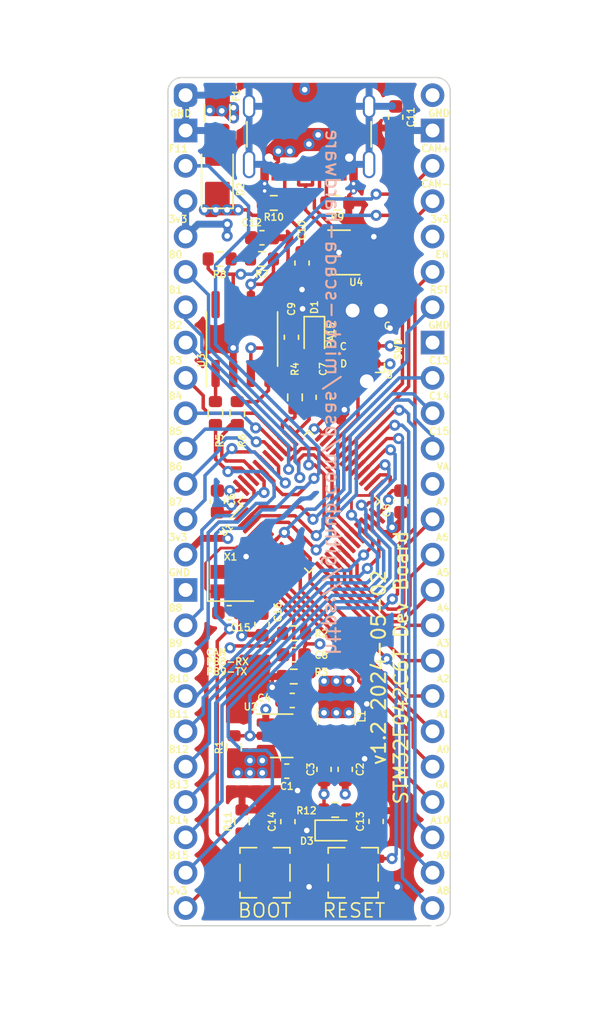
<source format=kicad_pcb>
(kicad_pcb (version 20240108) (generator "pcbnew") (generator_version "8.0")
  (title_block (title "STM32F042C6T Dev Board") (date "2024-05-02") (rev "v1.2") (company "PSAS / Benjamin Crall"))
  (layers (0 "F.Cu" signal) (1 "In1.Cu" signal) (2 "In2.Cu" signal) (31 "B.Cu" signal) (34 "B.Paste" user) (35 "F.Paste" user) (36 "B.SilkS" user "B.Silkscreen") (37 "F.SilkS" user "F.Silkscreen") (38 "B.Mask" user) (39 "F.Mask" user) (44 "Edge.Cuts" user))
  (net 0 "")
  (net 2 "PC13")
  (net 3 "PC14")
  (net 4 "PC15")
  (net 5 "Net-(U1-PF0)")
  (net 6 "RESET")
  (net 7 "+3V3A")
  (net 8 "PA0")
  (net 9 "PA1")
  (net 10 "PA2")
  (net 11 "PA3")
  (net 12 "PA4")
  (net 13 "PA5")
  (net 14 "PA6")
  (net 15 "PA7")
  (net 16 "PB0")
  (net 17 "PB1")
  (net 18 "PB2")
  (net 19 "PB10")
  (net 20 "PB11")
  (net 21 "PB12")
  (net 22 "PB13")
  (net 23 "PB14")
  (net 24 "PB15")
  (net 25 "PA8")
  (net 26 "PA9")
  (net 27 "PA10")
  (net 28 "USB_DM")
  (net 29 "USB_DP")
  (net 30 "Net-(U1-PF1)")
  (net 31 "PB3")
  (net 32 "PB4")
  (net 33 "PB5")
  (net 34 "PB6")
  (net 35 "PB7")
  (net 36 "PF11")
  (net 37 "PB8")
  (net 38 "PB9")
  (net 39 "PWR_EN")
  (net 40 "GND")
  (net 41 "GNDA")
  (net 42 "+3V3")
  (net 43 "CAN-")
  (net 44 "VBUS")
  (net 45 "Net-(U2-SW)")
  (net 46 "Net-(U2-BST)")
  (net 47 "CAN+")
  (net 48 "Net-(D1-A)")
  (net 49 "Net-(J3-CC1)")
  (net 51 "Net-(J3-CC2)")
  (net 53 "/USB_SHLD")
  (net 54 "Net-(C12-Pad2)")
  (net 57 "/VBUS_RAW")
  (net 58 "Net-(J3-D+-PadA6)")
  (net 59 "Net-(J3-D--PadA7)")
  (net 60 "Net-(D2-A)")
  (net 61 "Net-(D3-A)")
  (net 63 "/SWDIO")
  (net 64 "/SWSCK")
  (net 65 "Net-(U1-PA15)")
  (net 66 "Net-(U3-TXD)")
  (net 67 "Net-(U3-RXD)")
  (footprint "Connector:Tag-Connect_TC2030-IDC-NL_2x03_P1.27mm_Vertical" (layer "F.Cu") (at 152.2476 89.3826 90)
    (property "Reference" "J4" (hide yes))
    (property "Value" "ARM_SWD_TagConnect_TC2030-NL")
  )
  (footprint "Capacitor_SMD:C_0603_1608Metric" (layer "F.Cu") (at 149.169557 119.81725 90)
    (property "Reference" "C3")
    (property "Value" "22u")
  )
  (footprint "Capacitor_SMD:C_0603_1608Metric" (layer "F.Cu") (at 152.919807 123.56 90)
    (property "Reference" "C13")
    (property "Value" "0.1u")
  )
  (footprint "Package_TO_SOT_SMD:TSOT-23-6" (layer "F.Cu") (at 146.121557 117.40425)
    (property "Reference" "U2")
    (property "Value" "AP63203WU")
  )
  (footprint "Capacitor_SMD:C_0603_1608Metric" (layer "F.Cu") (at 146.489557 119.94425)
    (property "Reference" "C1")
    (property "Value" "10u")
  )
  (footprint "Capacitor_SMD:C_0603_1608Metric" (layer "F.Cu") (at 146.9898 111.5822 180)
    (property "Reference" "C8")
    (property "Value" "0.1u")
  )
  (footprint "Crystal:Crystal_SMD_2520-4Pin_2.5x2.0mm" (layer "F.Cu") (at 142.4432 106.3244)
    (property "Reference" "X1")
    (property "Value" "ECS-160-10-36Q-ES-TR")
  )
  (footprint "footprints:SW_SPST_3.4x3.4" (layer "F.Cu") (at 151.268807 127.243)
    (property "Reference" "SW1" (hide yes))
    (property "Value" "SW_SPST")
  )
  (footprint "Resistor_SMD:R_0603_1608Metric" (layer "F.Cu") (at 141.6558 83.1342)
    (property "Reference" "R8")
    (property "Value" "60.4")
  )
  (footprint "Resistor_SMD:R_0603_1608Metric" (layer "F.Cu") (at 141.351 94.2086 90)
    (property "Reference" "R5")
    (property "Value" "0")
  )
  (footprint "Package_SO:SOIC-8_3.9x4.9mm_P1.27mm" (layer "F.Cu") (at 143.267807 88.889 90)
    (property "Reference" "U3")
    (property "Value" "TCAN332")
  )
  (footprint "Resistor_SMD:R_0603_1608Metric" (layer "F.Cu") (at 143.267807 123.56 -90)
    (property "Reference" "R11")
    (property "Value" "10k")
  )
  (footprint "Connector_USB:USB_C_Receptacle_Palconn_UTC16-G" (layer "F.Cu") (at 148.093807 74.403 180)
    (property "Reference" "J3" (hide yes))
    (property "Value" "USB_C_Receptacle_USB2.0")
  )
  (footprint "Resistor_SMD:R_0603_1608Metric" (layer "F.Cu") (at 147.0152 110.0328)
    (property "Reference" "R2")
    (property "Value" "0")
  )
  (footprint "LED_SMD:LED_0603_1608Metric" (layer "F.Cu") (at 148.474807 88.762 -90)
    (property "Reference" "D1")
    (property "Value" "AMBER")
  )
  (footprint "Resistor_SMD:R_0603_1608Metric" (layer "F.Cu") (at 142.692557 118.22925 90)
    (property "Reference" "R1")
    (property "Value" "10k")
  )
  (footprint "Capacitor_SMD:C_0603_1608Metric" (layer "F.Cu") (at 144.7038 109.3978 -90)
    (property "Reference" "C16")
    (property "Value" "20p")
  )
  (footprint "Capacitor_SMD:C_0603_1608Metric" (layer "F.Cu") (at 142.3416 108.5596)
    (property "Reference" "C15")
    (property "Value" "20p")
  )
  (footprint "Package_QFP:LQFP-48_7x7mm_P0.5mm" (layer "F.Cu") (at 148.093807 100.573 45)
    (property "Reference" "U1")
    (property "Value" "STM32F042C6Tx")
  )
  (footprint "Diode_SMD:D_1206_3216Metric" (layer "F.Cu") (at 141.489807 77.216 90)
    (property "Reference" "D2")
    (property "Value" "D_Schottky")
  )
  (footprint "Resistor_SMD:R_0603_1608Metric" (layer "F.Cu") (at 142.9258 94.2086 90)
    (property "Reference" "R6")
    (property "Value" "0")
  )
  (footprint "Capacitor_SMD:C_0603_1608Metric" (layer "F.Cu") (at 146.823807 88.762 90)
    (property "Reference" "C9")
    (property "Value" "0.1u")
  )
  (footprint "Capacitor_SMD:C_0603_1608Metric" (layer "F.Cu") (at 147.585807 83.428 -90)
    (property "Reference" "C10")
    (property "Value" "0.1u")
  )
  (footprint "Capacitor_SMD:C_0603_1608Metric" (layer "F.Cu") (at 150.693557 119.81725 90)
    (property "Reference" "C2")
    (property "Value" "22u")
  )
  (footprint "Resistor_SMD:R_0603_1608Metric" (layer "F.Cu") (at 145.553807 79.11 180)
    (property "Reference" "R10")
    (property "Value" "5k1")
  )
  (footprint "Capacitor_SMD:C_0603_1608Metric" (layer "F.Cu") (at 146.883557 114.86425 180)
    (property "Reference" "C4")
    (property "Value" "0.1u")
  )
  (footprint "Capacitor_SMD:C_0603_1608Metric" (layer "F.Cu") (at 141.489807 100.56 -90)
    (property "Reference" "C6")
    (property "Value" "0.1u")
  )
  (footprint "Capacitor_SMD:C_0603_1608Metric" (layer "F.Cu") (at 144.7038 81.6102 180)
    (property "Reference" "C12")
    (property "Value" "1n")
  )
  (footprint "footprints:SW_SPST_3.4x3.4" (layer "F.Cu") (at 144.918807 127.243)
    (property "Reference" "SW2" (hide yes))
    (property "Value" "SW_SPST")
  )
  (footprint "Inductor_SMD:L_1210_3225Metric" (layer "F.Cu") (at 150.058557 116.00725 90)
    (property "Reference" "L1")
    (property "Value" "4.7u")
  )
  (footprint "Resistor_SMD:R_0603_1608Metric" (layer "F.Cu") (at 144.7038 83.1342 180)
    (property "Reference" "R7")
    (property "Value" "60.4")
  )
  (footprint "Resistor_SMD:R_0603_1608Metric" (layer "F.Cu") (at 150.125807 79.11)
    (property "Reference" "R9")
    (property "Value" "5k1")
  )
  (footprint "Package_SO:TSOP-6_1.65x3.05mm_P0.95mm" (layer "F.Cu") (at 150.252807 82.666 180)
    (property "Reference" "U4")
    (property "Value" "IP4234CZ6,125")
  )
  (footprint "Capacitor_SMD:C_0603_1608Metric" (layer "F.Cu") (at 149.109807 93.08 90)
    (property "Reference" "C7")
    (property "Value" "0.1u")
  )
  (footprint "Fuse:Fuse_1206_3216Metric" (layer "F.Cu") (at 141.489807 72.644 -90)
    (property "Reference" "F1")
    (property "Value" "500mA poly")
  )
  (footprint "LED_SMD:LED_0603_1608Metric" (layer "F.Cu") (at 150.011299 124.206)
    (property "Reference" "D3")
    (property "Value" "GREEN")
  )
  (footprint "Capacitor_SMD:C_0603_1608Metric" (layer "F.Cu") (at 146.569807 123.573 90)
    (property "Reference" "C14")
    (property "Value" "0.1u")
  )
  (footprint "Resistor_SMD:R_0603_1608Metric" (layer "F.Cu") (at 147.077807 93.08 90)
    (property "Reference" "R4")
    (property "Value" "5k1")
  )
  (footprint "Resistor_SMD:R_0603_1608Metric" (layer "F.Cu") (at 149.9738 122.7328)
    (property "Reference" "R12")
    (property "Value" "5k1")
  )
  (footprint "Capacitor_SMD:C_0603_1608Metric" (layer "F.Cu") (at 154.697807 100.56 -90)
    (property "Reference" "C5")
    (property "Value" "0.1u")
  )
  (footprint "Capacitor_SMD:C_0603_1608Metric" (layer "F.Cu") (at 154.3304 72.9488 -90)
    (property "Reference" "C11")
    (property "Value" "0.1u")
  )
  (footprint "Resistor_SMD:R_0603_1608Metric" (layer "F.Cu") (at 146.9898 113.1438)
    (property "Reference" "R3")
    (property "Value" "0")
  )
  (footprint "Connector_PinHeader_2.54mm:PinHeader_1x24_P2.54mm_Vertical" (layer "B.Cu") (at 139.203807 71.363 180)
    (property "Reference" "J2" (hide yes))
    (property "Value" "Conn_01x20")
  )
  (footprint "Connector_PinHeader_2.54mm:PinHeader_1x24_P2.54mm_Vertical" (layer "B.Cu") (at 156.983807 71.363 180)
    (property "Reference" "J1" (hide yes))
    (property "Value" "Conn_01x20")
  )
  (gr_arc (start 137.933807 71.093) (mid 138.226701 70.385896) (end 138.933807 70.093) (stroke (width 0.1)) (layer "Edge.Cuts"))
  (gr_arc (start 157.253807 70.093) (mid 157.960914 70.385893) (end 158.253807 71.093) (stroke (width 0.1)) (layer "Edge.Cuts"))
  (gr_line (start 158.253807 71.093) (end 158.253807 130.053) (stroke (width 0.1)) (layer "Edge.Cuts"))
  (gr_arc (start 138.933807 131.053) (mid 138.2267 130.760107) (end 137.933807 130.053) (stroke (width 0.1)) (layer "Edge.Cuts"))
  (gr_line (start 137.933807 130.053) (end 137.933807 71.093) (stroke (width 0.1)) (layer "Edge.Cuts"))
  (gr_line (start 156.86 131.053) (end 138.54 131.053) (stroke (width 0.1)) (layer "Edge.Cuts"))
  (gr_arc (start 158.253807 130.053) (mid 157.960914 130.760109) (end 157.253807 131.053) (stroke (width 0.1)) (layer "Edge.Cuts"))
  (gr_line (start 138.933807 70.093) (end 157.253807 70.093) (stroke (width 0.1)) (layer "Edge.Cuts"))
  (gr_text "https://github.com/psas/mints-scada-hardware" (at 149.2 92.7 -90) (layer "B.SilkS") (effects (font (size 1 1)) (justify bottom mirror)))
  (gr_text "PB9-TX" (at 140.6144 113.0808 0) (layer "F.SilkS") (effects (font (size 0.5 0.5) (thickness 0.1) (bold yes)) (justify left bottom)))
  (gr_text "RESET" (at 148.982807 130.545 0) (layer "F.SilkS") (effects (font (size 1 1) (thickness 0.12)) (justify left bottom)))
  (gr_text "BOOT" (at 142.886807 130.545 0) (layer "F.SilkS") (effects (font (size 1 1) (thickness 0.12)) (justify left bottom)))
  (gr_text "CAN-" (at 156.1084 78.0288 0) (layer "F.SilkS") (effects (font (size 0.5 0.5) (thickness 0.1) (bold yes)) (justify left bottom)))
  (gr_text "A9" (at 157.226 126.2888 0) (layer "F.SilkS") (effects (font (size 0.5 0.5) (thickness 0.1) (bold yes)) (justify left bottom)))
  (gr_text "B1" (at 137.922 85.6488 0) (layer "F.SilkS") (effects (font (size 0.5 0.5) (thickness 0.1) (bold yes)) (justify left bottom)))
  (gr_text "GND" (at 156.6164 88.1888 0) (layer "F.SilkS") (effects (font (size 0.5 0.5) (thickness 0.1) (bold yes)) (justify left bottom)))
  (gr_text "B12" (at 137.922 118.6688 0) (layer "F.SilkS") (effects (font (size 0.5 0.5) (thickness 0.1) (bold yes)) (justify left bottom)))
  (gr_text "A10" (at 156.7688 123.7488 0) (layer "F.SilkS") (effects (font (size 0.5 0.5) (thickness 0.1) (bold yes)) (justify left bottom)))
  (gr_text "F11" (at 137.922 75.505 0) (layer "F.SilkS") (effects (font (size 0.5 0.5) (thickness 0.1) (bold yes)) (justify left bottom)))
  (gr_text "B11" (at 137.922 116.1288 0) (layer "F.SilkS") (effects (font (size 0.5 0.5) (thickness 0.1) (bold yes)) (justify left bottom)))
  (gr_text "B15" (at 137.922 126.2888 0) (layer "F.SilkS") (effects (font (size 0.5 0.5) (thickness 0.1) (bold yes)) (justify left bottom)))
  (gr_text "PA15" (at 149.9616 89.6112 90) (layer "F.SilkS") (effects (font (size 0.5 0.5) (thickness 0.1) (bold yes)) (justify left bottom)))
  (gr_text "GND" (at 138.0236 72.9742 0) (layer "F.SilkS") (effects (font (size 0.5 0.5) (thickness 0.1) (bold yes)) (justify left bottom)))
  (gr_text "G" (at 153.416 88.2396 0) (layer "F.SilkS") (effects (font (size 0.5 0.5) (thickness 0.1) (bold yes)) (justify left bottom)))
  (gr_text "GND" (at 156.6164 72.9488 0) (layer "F.SilkS") (effects (font (size 0.5 0.5) (thickness 0.1) (bold yes)) (justify left bottom)))
  (gr_text "D" (at 150.2664 90.9574 0) (layer "F.SilkS") (effects (font (size 0.5 0.5) (thickness 0.1) (bold yes)) (justify left bottom)))
  (gr_text "C13" (at 156.6672 90.7288 0) (layer "F.SilkS") (effects (font (size 0.5 0.5) (thickness 0.1) (bold yes)) (justify left bottom)))
  (gr_text "B6" (at 137.922 98.3488 0) (layer "F.SilkS") (effects (font (size 0.5 0.5) (thickness 0.1) (bold yes)) (justify left bottom)))
  (gr_text "C" (at 150.241 89.7128 0) (layer "F.SilkS") (effects (font (size 0.5 0.5) (thickness 0.1) (bold yes)) (justify left bottom)))
  (gr_text "B3" (at 137.922 90.7288 0) (layer "F.SilkS") (effects (font (size 0.5 0.5) (thickness 0.1) (bold yes)) (justify left bottom)))
  (gr_text "CAN" (at 140.6144 111.7092 0) (layer "F.SilkS") (effects (font (size 0.5 0.5) (thickness 0.1) (bold yes)) (justify left bottom)))
  (gr_text "VA" (at 157.226 98.3488 0) (layer "F.SilkS") (effects (font (size 0.5 0.5) (thickness 0.1) (bold yes)) (justify left bottom)))
  (gr_text "A0" (at 157.226 118.6688 0) (layer "F.SilkS") (effects (font (size 0.5 0.5) (thickness 0.1) (bold yes)) (justify left bottom)))
  (gr_text "B5" (at 137.922 95.8088 0) (layer "F.SilkS") (effects (font (size 0.5 0.5) (thickness 0.1) (bold yes)) (justify left bottom)))
  (gr_text "B8" (at 137.922 108.5088 0) (layer "F.SilkS") (effects (font (size 0.5 0.5) (thickness 0.1) (bold yes)) (justify left bottom)))
  (gr_text "B7" (at 137.922 100.8888 0) (layer "F.SilkS") (effects (font (size 0.5 0.5) (thickness 0.1) (bold yes)) (justify left bottom)))
  (gr_text "GND" (at 137.922 105.9688 0) (layer "F.SilkS") (effects (font (size 0.5 0.5) (thickness 0.1) (bold yes)) (justify left bottom)))
  (gr_text "3v3" (at 137.922 80.5688 0) (layer "F.SilkS") (effects (font (size 0.5 0.5) (thickness 0.1) (bold yes)) (justify left bottom)))
  (gr_text "CAN+" (at 156.1084 75.4888 0) (layer "F.SilkS") (effects (font (size 0.5 0.5) (thickness 0.1) (bold yes)) (justify left bottom)))
  (gr_text "C14" (at 156.6672 93.2688 0) (layer "F.SilkS") (effects (font (size 0.5 0.5) (thickness 0.1) (bold yes)) (justify left bottom)))
  (gr_text "EN" (at 157.1244 83.1088 0) (layer "F.SilkS") (effects (font (size 0.5 0.5) (thickness 0.1) (bold yes)) (justify left bottom)))
  (gr_text "B10" (at 137.922 113.5888 0) (layer "F.SilkS") (effects (font (size 0.5 0.5) (thickness 0.1) (bold yes)) (justify left bottom)))
  (gr_text "GA" (at 157.1244 121.2088 0) (layer "F.SilkS") (effects (font (size 0.5 0.5) (thickness 0.1) (bold yes)) (justify left bottom)))
  (gr_text "B0" (at 137.922 83.1088 0) (layer "F.SilkS") (effects (font (size 0.5 0.5) (thickness 0.1) (bold yes)) (justify left bottom)))
  (gr_text "3" (at 153.5684 91.7448 0) (layer "F.SilkS") (effects (font (size 0.5 0.5) (thickness 0.1) (bold yes)) (justify left bottom)))
  (gr_text "A8" (at 157.226 128.8288 0) (layer "F.SilkS") (effects (font (size 0.5 0.5) (thickness 0.1) (bold yes)) (justify left bottom)))
  (gr_text "${REVISION} ${ISSUE_DATE}\n${TITLE}" (at 155.3 112.5 90) (layer "F.SilkS") (effects (font (size 1 1)) (justify bottom)))
  (gr_text "A2" (at 157.226 113.5888 0) (layer "F.SilkS") (effects (font (size 0.5 0.5) (thickness 0.1) (bold yes)) (justify left bottom)))
  (gr_text "B9" (at 137.922 111.0488 0) (layer "F.SilkS") (effects (font (size 0.5 0.5) (thickness 0.1) (bold yes)) (justify left bottom)))
  (gr_text "B2" (at 137.922 88.1888 0) (layer "F.SilkS") (effects (font (size 0.5 0.5) (thickness 0.1) (bold yes)) (justify left bottom)))
  (gr_text "A3" (at 157.226 111.0488 0) (layer "F.SilkS") (effects (font (size 0.5 0.5) (thickness 0.1) (bold yes)) (justify left bottom)))
  (gr_text "3v3" (at 137.922 103.4288 0) (layer "F.SilkS") (effects (font (size 0.5 0.5) (thickness 0.1) (bold yes)) (justify left bottom)))
  (gr_text "SWD" (at 154.813 90.4494 90) (layer "F.SilkS") (effects (font (size 0.5 0.5) (thickness 0.1) (bold yes)) (justify left bottom)))
  (gr_text "B14" (at 137.922 123.7488 0) (layer "F.SilkS") (effects (font (size 0.5 0.5) (thickness 0.1) (bold yes)) (justify left bottom)))
  (gr_text "PB8-RX" (at 140.6144 112.3696 0) (layer "F.SilkS") (effects (font (size 0.5 0.5) (thickness 0.1) (bold yes)) (justify left bottom)))
  (gr_text "B13" (at 137.922 121.2088 0) (layer "F.SilkS") (effects (font (size 0.5 0.5) (thickness 0.1) (bold yes)) (justify left bottom)))
  (gr_text "RST" (at 156.718 85.6488 0) (layer "F.SilkS") (effects (font (size 0.5 0.5) (thickness 0.1) (bold yes)) (justify left bottom)))
  (gr_text "B4" (at 137.922 93.2688 0) (layer "F.SilkS") (effects (font (size 0.5 0.5) (thickness 0.1) (bold yes)) (justify left bottom)))
  (gr_text "A7" (at 157.1752 100.8888 0) (layer "F.SilkS") (effects (font (size 0.5 0.5) (thickness 0.1) (bold yes)) (justify left bottom)))
  (gr_text "A5" (at 157.226 105.9688 0) (layer "F.SilkS") (effects (font (size 0.5 0.5) (thickness 0.1) (bold yes)) (justify left bottom)))
  (gr_text "A4" (at 157.226 108.5088 0) (layer "F.SilkS") (effects (font (size 0.5 0.5) (thickness 0.1) (bold yes)) (justify left bottom)))
  (gr_text "A6" (at 157.1752 103.4288 0) (layer "F.SilkS") (effects (font (size 0.5 0.5) (thickness 0.1) (bold yes)) (justify left bottom)))
  (gr_text "3v3" (at 137.922 128.8288 0) (layer "F.SilkS") (effects (font (size 0.5 0.5) (thickness 0.1) (bold yes)) (justify left bottom)))
  (gr_text "A1" (at 157.226 116.1288 0) (layer "F.SilkS") (effects (font (size 0.5 0.5) (thickness 0.1) (bold yes)) (justify left bottom)))
  (gr_text "C15" (at 156.6672 95.8088 0) (layer "F.SilkS") (effects (font (size 0.5 0.5) (thickness 0.1) (bold yes)) (justify left bottom)))
  (gr_text "3v3" (at 156.7688 80.5688 0) (layer "F.SilkS") (effects (font (size 0.5 0.5) (thickness 0.1) (bold yes)) (justify left bottom)))
  (segment (start 144.135873 101.355934) (end 144.128893 101.355934) (width 0.25) (layer "F.Cu") (net 2))
  (segment (start 147.484913 100.954) (end 144.537807 100.954) (width 0.25) (layer "F.Cu") (net 2))
  (segment (start 148.374575 101.843662) (end 147.484913 100.954) (width 0.25) (layer "F.Cu") (net 2))
  (segment (start 144.128893 101.355934) (end 143.559485 101.925342) (width 0.25) (layer "F.Cu") (net 2))
  (segment (start 144.537807 100.954) (end 144.135873 101.355934) (width 0.25) (layer "F.Cu") (net 2))
  (via (at 148.374575 101.843662) (size 0.8) (drill 0.4) (layers "F.Cu" "B.Cu") (net 2))
  (segment (start 148.446079 101.843662) (end 150.596568 99.693173) (width 0.25) (layer "B.Cu") (net 2))
  (segment (start 150.596568 99.693173) (end 150.596568 95.66794) (width 0.25) (layer "B.Cu") (net 2))
  (segment (start 148.374575 101.843662) (end 148.446079 101.843662) (width 0.25) (layer "B.Cu") (net 2))
  (segment (start 154.581508 91.683) (end 156.983807 91.683) (width 0.25) (layer "B.Cu") (net 2))
  (segment (start 150.596568 95.66794) (end 154.581508 91.683) (width 0.25) (layer "B.Cu") (net 2))
  (segment (start 148.504836 103.016029) (end 147.077807 101.589) (width 0.25) (layer "F.Cu") (net 3))
  (segment (start 147.077807 101.589) (end 144.602933 101.589) (width 0.25) (layer "F.Cu") (net 3))
  (segment (start 144.602933 101.589) (end 143.913038 102.278895) (width 0.25) (layer "F.Cu") (net 3))
  (segment (start 148.612181 103.016029) (end 148.504836 103.016029) (width 0.25) (layer "F.Cu") (net 3))
  (via (at 148.612181 103.016029) (size 0.8) (drill 0.4) (layers "F.Cu" "B.Cu") (net 3))
  (segment (start 148.612181 103.016029) (end 149.099575 102.528635) (width 0.25) (layer "B.Cu") (net 3))
  (segment (start 154.074904 92.826) (end 155.586807 92.826) (width 0.25) (layer "B.Cu") (net 3))
  (segment (start 155.586807 92.826) (end 156.983807 94.223) (width 0.25) (layer "B.Cu") (net 3))
  (segment (start 149.099575 101.826562) (end 151.046568 99.879569) (width 0.25) (layer "B.Cu") (net 3))
  (segment (start 149.099575 102.528635) (end 149.099575 101.826562) (width 0.25) (layer "B.Cu") (net 3))
  (segment (start 151.046568 99.879569) (end 151.046568 95.854336) (width 0.25) (layer "B.Cu") (net 3))
  (segment (start 151.046568 95.854336) (end 154.074904 92.826) (width 0.25) (layer "B.Cu") (net 3))
  (segment (start 148.603294 104.050222) (end 146.616113 102.063041) (width 0.25) (layer "F.Cu") (net 4))
  (segment (start 144.836 102.063041) (end 144.266592 102.632449) (width 0.25) (layer "F.Cu") (net 4))
  (segment (start 146.616113 102.063041) (end 144.836 102.063041) (width 0.25) (layer "F.Cu") (net 4))
  (via (at 148.603294 104.050222) (size 0.8) (drill 0.4) (layers "F.Cu" "B.Cu") (net 4))
  (segment (start 154.2613 93.276) (end 155.274807 93.276) (width 0.25) (layer "B.Cu") (net 4))
  (segment (start 155.274807 93.276) (end 155.713807 93.715) (width 0.25) (layer "B.Cu") (net 4))
  (segment (start 151.496568 96.040732) (end 154.2613 93.276) (width 0.25) (layer "B.Cu") (net 4))
  (segment (start 155.808807 94.709701) (end 156.497106 95.398) (width 0.25) (layer "B.Cu") (net 4))
  (segment (start 156.497106 95.398) (end 156.507807 95.398) (width 0.25) (layer "B.Cu") (net 4))
  (segment (start 156.507807 95.398) (end 156.983807 95.874) (width 0.25) (layer "B.Cu") (net 4))
  (segment (start 155.713807 94.604) (end 155.808807 94.699) (width 0.25) (layer "B.Cu") (net 4))
  (segment (start 156.983807 95.874) (end 156.983807 96.763) (width 0.25) (layer "B.Cu") (net 4))
  (segment (start 151.496568 100.065965) (end 151.496568 96.040732) (width 0.25) (layer "B.Cu") (net 4))
  (segment (start 149.617807 101.944726) (end 151.496568 100.065965) (width 0.25) (layer "B.Cu") (net 4))
  (segment (start 148.603294 104.050222) (end 149.617807 103.035709) (width 0.25) (layer "B.Cu") (net 4))
  (segment (start 149.617807 103.035709) (end 149.617807 101.944726) (width 0.25) (layer "B.Cu") (net 4))
  (segment (start 155.713807 93.715) (end 155.713807 94.604) (width 0.25) (layer "B.Cu") (net 4))
  (segment (start 155.808807 94.699) (end 155.808807 94.709701) (width 0.25) (layer "B.Cu") (net 4))
  (segment (start 144.620145 102.986002) (end 143.781749 103.824398) (width 0.2) (layer "F.Cu") (net 5))
  (segment (start 143.781749 103.824398) (end 142.911202 103.824398) (width 0.2) (layer "F.Cu") (net 5))
  (segment (start 140.6398 105.0062) (end 140.6398 106.807) (width 0.2) (layer "F.Cu") (net 5))
  (segment (start 140.8572 107.0244) (end 141.5682 107.0244) (width 0.2) (layer "F.Cu") (net 5))
  (segment (start 142.911202 103.824398) (end 142.8216 103.914) (width 0.2) (layer "F.Cu") (net 5))
  (segment (start 141.732 103.914) (end 140.6398 105.0062) (width 0.2) (layer "F.Cu") (net 5))
  (segment (start 141.5682 107.0244) (end 141.5682 108.485) (width 0.25) (layer "F.Cu") (net 5))
  (segment (start 141.5682 108.485) (end 141.6428 108.5596) (width 0.25) (layer "F.Cu") (net 5))
  (segment (start 140.6398 106.807) (end 140.8572 107.0244) (width 0.2) (layer "F.Cu") (net 5))
  (segment (start 142.8216 103.914) (end 141.732 103.914) (width 0.2) (layer "F.Cu") (net 5))
  (segment (start 141.5682 108.5072) (end 141.5158 108.5596) (width 0.2) (layer "F.Cu") (net 5))
  (segment (start 146.315807 102.788041) (end 146.23232 102.788041) (width 0.25) (layer "F.Cu") (net 6))
  (segment (start 146.23232 102.788041) (end 145.327252 103.693109) (width 0.25) (layer "F.Cu") (net 6))
  (segment (start 152.8826 89.3826) (end 153.924 89.3826) (width 0.25) (layer "F.Cu") (net 6))
  (segment (start 149.643807 126.243) (end 152.893807 126.243) (width 0.25) (layer "F.Cu") (net 6))
  (segment (start 152.909807 126.227) (end 152.893807 126.243) (width 0.25) (layer "F.Cu") (net 6))
  (segment (start 154.062807 126.227) (end 152.909807 126.227) (width 0.25) (layer "F.Cu") (net 6))
  (segment (start 148.169634 104.641868) (end 148.169634 106.363827) (width 0.25) (layer "F.Cu") (net 6))
  (segment (start 148.169634 106.363827) (end 153.681807 111.876) (width 0.25) (layer "F.Cu") (net 6))
  (segment (start 146.315807 102.788041) (end 148.169634 104.641868) (width 0.25) (layer "F.Cu") (net 6))
  (segment (start 152.893807 126.243) (end 152.893807 124.361) (width 0.25) (layer "F.Cu") (net 6))
  (via (at 153.924 89.3826) (size 0.8) (drill 0.4) (layers "F.Cu" "B.Cu") (net 6))
  (via (at 146.315807 102.788041) (size 0.8) (drill 0.4) (layers "F.Cu" "B.Cu") (net 6))
  (via (at 153.681807 111.876) (size 0.8) (drill 0.4) (layers "F.Cu" "B.Cu") (net 6))
  (via (at 154.062807 126.227) (size 0.8) (drill 0.4) (layers "F.Cu" "B.Cu") (net 6))
  (segment (start 147.929145 101.118662) (end 148.534683 101.118662) (width 0.25) (layer "B.Cu") (net 6))
  (segment (start 150.924807 94.694) (end 150.934112 94.694) (width 0.25) (layer "B.Cu") (net 6))
  (segment (start 148.534683 101.118662) (end 150.146568 99.506777) (width 0.25) (layer "B.Cu") (net 6))
  (segment (start 154.363807 112.558) (end 154.363807 125.926) (width 0.25) (layer "B.Cu") (net 6))
  (segment (start 155.136807 88.45) (end 156.983807 86.603) (width 0.25) (layer "B.Cu") (net 6))
  (segment (start 150.146568 99.506777) (end 150.146568 95.472239) (width 0.25) (layer "B.Cu") (net 6))
  (segment (start 154.363807 125.926) (end 154.062807 126.227) (width 0.25) (layer "B.Cu") (net 6))
  (segment (start 153.681807 111.876) (end 154.363807 112.558) (width 0.25) (layer "B.Cu") (net 6))
  (segment (start 146.315807 102.732) (end 147.929145 101.118662) (width 0.25) (layer "B.Cu") (net 6))
  (segment (start 153.924 89.3826) (end 155.136807 89.3826) (width 0.25) (layer "B.Cu") (net 6))
  (segment (start 153.935807 126.227) (end 153.935807 126.227) (width 0.25) (layer "B.Cu") (net 6))
  (segment (start 155.136807 89.3826) (end 155.136807 88.45) (width 0.25) (layer "B.Cu") (net 6))
  (segment (start 155.136807 90.491305) (end 155.136807 89.3826) (width 0.25) (layer "B.Cu") (net 6))
  (segment (start 150.146568 95.472239) (end 150.924807 94.694) (width 0.25) (layer "B.Cu") (net 6))
  (segment (start 150.934112 94.694) (end 155.136807 90.491305) (width 0.25) (layer "B.Cu") (net 6))
  (segment (start 154.062807 126.227) (end 153.935807 126.227) (width 0.25) (layer "B.Cu") (net 6))
  (segment (start 146.315807 102.788041) (end 146.315807 102.732) (width 0.25) (layer "B.Cu") (net 6))
  (segment (start 147.8402 109.212185) (end 145.1284 106.500385) (width 0.25) (layer "F.Cu") (net 7))
  (segment (start 147.7648 110.984) (end 147.7648 111.5822) (width 0.25) (layer "F.Cu") (net 7))
  (segment (start 148.0688 111.5322) (end 148.0188 111.5822) (width 0.25) (layer "F.Cu") (net 7))
  (segment (start 145.1284 106.500385) (end 145.1284 105.306173) (width 0.25) (layer "F.Cu") (net 7))
  (segment (start 147.8402 110.800749) (end 147.8402 109.212185) (width 0.25) (layer "F.Cu") (net 7))
  (segment (start 147.8402 110.9086) (end 147.7648 110.984) (width 0.25) (layer "F.Cu") (net 7))
  (segment (start 145.1284 105.306173) (end 146.034358 104.400215) (width 0.25) (layer "F.Cu") (net 7))
  (segment (start 147.8402 110.800749) (end 147.8402 110.9086) (width 0.25) (layer "F.Cu") (net 7))
  (segment (start 148.8694 110.800749) (end 147.8402 110.800749) (width 0.25) (layer "F.Cu") (net 7))
  (via (at 148.8694 110.800749) (size 0.8) (drill 0.4) (layers "F.Cu" "B.Cu") (net 7))
  (segment (start 155.586807 118.226) (end 156.983807 119.623) (width 0.25) (layer "F.Cu") (net 8))
  (segment (start 155.586807 116.322396) (end 155.586807 118.226) (width 0.25) (layer "F.Cu") (net 8))
  (segment (start 145.7016 106.437189) (end 155.586807 116.322396) (width 0.25) (layer "F.Cu") (net 8))
  (segment (start 146.387912 104.753769) (end 145.7016 105.440081) (width 0.25) (layer "F.Cu") (net 8))
  (segment (start 145.7016 105.440081) (end 145.7016 106.437189) (width 0.25) (layer "F.Cu") (net 8))
  (segment (start 146.2278 106.096259) (end 146.2278 106.326993) (width 0.25) (layer "F.Cu") (net 9))
  (segment (start 146.172058 106.040517) (end 146.2278 106.096259) (width 0.25) (layer "F.Cu") (net 9))
  (segment (start 146.741465 105.107322) (end 146.172058 105.676729) (width 0.25) (layer "F.Cu") (net 9))
  (segment (start 146.2278 106.326993) (end 156.983807 117.083) (width 0.25) (layer "F.Cu") (net 9))
  (segment (start 146.172058 105.676729) (end 146.172058 106.040517) (width 0.25) (layer "F.Cu") (net 9))
  (segment (start 147.458807 105.824664) (end 147.458807 106.920208) (width 0.25) (layer "F.Cu") (net 10))
  (segment (start 147.458807 106.920208) (end 155.081599 114.543) (width 0.25) (layer "F.Cu") (net 10))
  (segment (start 147.095019 105.460876) (end 147.458807 105.824664) (width 0.25) (layer "F.Cu") (net 10))
  (segment (start 155.081599 114.543) (end 156.983807 114.543) (width 0.25) (layer "F.Cu") (net 10))
  (segment (start 154.944889 112.003) (end 156.983807 112.003) (width 0.25) (layer "F.Cu") (net 11))
  (segment (start 149.744807 106.802918) (end 154.944889 112.003) (width 0.25) (layer "F.Cu") (net 11))
  (segment (start 149.744807 106.113088) (end 149.744807 106.802918) (width 0.25) (layer "F.Cu") (net 11))
  (segment (start 149.092595 105.460876) (end 149.744807 106.113088) (width 0.25) (layer "F.Cu") (net 11))
  (segment (start 155.209995 109.463) (end 156.983807 109.463) (width 0.25) (layer "F.Cu") (net 12))
  (segment (start 150.194807 105.85598) (end 150.194807 106.616522) (width 0.25) (layer "F.Cu") (net 12))
  (segment (start 149.446149 105.107322) (end 150.194807 105.85598) (width 0.25) (layer "F.Cu") (net 12))
  (segment (start 150.194807 106.616522) (end 153.229314 109.651029) (width 0.25) (layer "F.Cu") (net 12))
  (segment (start 153.229314 109.651029) (end 155.021966 109.651029) (width 0.25) (layer "F.Cu") (net 12))
  (segment (start 155.021966 109.651029) (end 155.209995 109.463) (width 0.25) (layer "F.Cu") (net 12))
  (segment (start 150.644807 106.430126) (end 153.41571 109.201029) (width 0.25) (layer "F.Cu") (net 13))
  (segment (start 156.983807 107.052792) (end 156.983807 106.923) (width 0.25) (layer "F.Cu") (net 13))
  (segment (start 150.644807 105.598874) (end 150.644807 106.430126) (width 0.25) (layer "F.Cu") (net 13))
  (segment (start 153.41571 109.201029) (end 154.83557 109.201029) (width 0.25) (layer "F.Cu") (net 13))
  (segment (start 154.83557 109.201029) (end 156.983807 107.052792) (width 0.25) (layer "F.Cu") (net 13))
  (segment (start 149.799702 104.753769) (end 150.644807 105.598874) (width 0.25) (layer "F.Cu") (net 13))
  (segment (start 153.602106 108.751029) (end 154.649174 108.751029) (width 0.25) (layer "F.Cu") (net 14))
  (segment (start 154.649174 108.751029) (end 155.358807 108.041396) (width 0.25) (layer "F.Cu") (net 14))
  (segment (start 151.094807 105.341766) (end 151.094807 106.24373) (width 0.25) (layer "F.Cu") (net 14))
  (segment (start 155.358807 108.041396) (end 155.358807 106.008) (width 0.25) (layer "F.Cu") (net 14))
  (segment (start 150.153256 104.400215) (end 151.094807 105.341766) (width 0.25) (layer "F.Cu") (net 14))
  (segment (start 155.358807 106.008) (end 156.983807 104.383) (width 0.25) (layer "F.Cu") (net 14))
  (segment (start 151.094807 106.24373) (end 153.602106 108.751029) (width 0.25) (layer "F.Cu") (net 14))
  (segment (start 153.788502 108.301029) (end 154.462778 108.301029) (width 0.25) (layer "F.Cu") (net 15))
  (segment (start 154.908807 107.855) (end 154.908807 103.918) (width 0.25) (layer "F.Cu") (net 15))
  (segment (start 154.908807 103.918) (end 156.983807 101.843) (width 0.25) (layer "F.Cu") (net 15))
  (segment (start 151.544807 106.057334) (end 153.788502 108.301029) (width 0.25) (layer "F.Cu") (net 15))
  (segment (start 150.506809 104.046662) (end 151.544807 105.08466) (width 0.25) (layer "F.Cu") (net 15))
  (segment (start 154.462778 108.301029) (end 154.908807 107.855) (width 0.25) (layer "F.Cu") (net 15))
  (segment (start 151.544807 105.08466) (end 151.544807 106.057334) (width 0.25) (layer "F.Cu") (net 15))
  (segment (start 148.506664 97.937857) (end 149.174374 98.605569) (width 0.25) (layer "F.Cu") (net 16))
  (segment (start 149.174374 98.605569) (end 149.174374 102.007121) (width 0.25) (layer "F.Cu") (net 16))
  (segment (start 148.071568 97.937857) (end 148.506664 97.937857) (width 0.25) (layer "F.Cu") (net 16))
  (segment (start 149.174374 102.007121) (end 150.860362 103.693109) (width 0.25) (layer "F.Cu") (net 16))
  (via (at 148.071568 97.937857) (size 0.8) (drill 0.4) (layers "F.Cu" "B.Cu") (net 16))
  (segment (start 148.071568 96.737969) (end 140.854807 89.521208) (width 0.25) (layer "B.Cu") (net 16))
  (segment (start 140.854807 89.521208) (end 140.854807 85.714) (width 0.25) (layer "B.Cu") (net 16))
  (segment (start 148.071568 97.937857) (end 148.071568 96.737969) (width 0.25) (layer "B.Cu") (net 16))
  (segment (start 140.854807 85.714) (end 139.203807 84.063) (width 0.25) (layer "B.Cu") (net 16))
  (segment (start 147.706141 97.213) (end 148.426112 97.213) (width 0.25) (layer "F.Cu") (net 17))
  (segment (start 148.426112 97.213) (end 149.744807 98.531695) (width 0.25) (layer "F.Cu") (net 17))
  (segment (start 147.452708 98.673038) (end 147.346659 98.566989) (width 0.25) (layer "F.Cu") (net 17))
  (segment (start 149.744807 101.870446) (end 151.213916 103.339555) (width 0.25) (layer "F.Cu") (net 17))
  (segment (start 149.744807 98.531695) (end 149.744807 101.870446) (width 0.25) (layer "F.Cu") (net 17))
  (segment (start 147.346659 97.572482) (end 147.706141 97.213) (width 0.25) (layer "F.Cu") (net 17))
  (segment (start 147.346659 98.566989) (end 147.346659 97.572482) (width 0.25) (layer "F.Cu") (net 17))
  (via (at 147.425686 98.844263) (size 0.8) (drill 0.4) (layers "F.Cu" "B.Cu") (net 17))
  (segment (start 139.203807 87.481299) (end 139.203807 86.603) (width 0.25) (layer "B.Cu") (net 17))
  (segment (start 147.346659 98.566989) (end 147.346659 97.94936) (width 0.25) (layer "B.Cu") (net 17))
  (segment (start 140.378807 89.681604) (end 140.378807 88.656299) (width 0.25) (layer "B.Cu") (net 17))
  (segment (start 147.077807 97.680508) (end 147.077807 96.380604) (width 0.25) (layer "B.Cu") (net 17))
  (segment (start 147.346659 97.94936) (end 147.077807 97.680508) (width 0.25) (layer "B.Cu") (net 17))
  (segment (start 140.378807 88.656299) (end 139.203807 87.481299) (width 0.25) (layer "B.Cu") (net 17))
  (segment (start 147.452708 98.673038) (end 147.346659 98.566989) (width 0.25) (layer "B.Cu") (net 17))
  (segment (start 147.077807 96.380604) (end 140.378807 89.681604) (width 0.25) (layer "B.Cu") (net 17))
  (segment (start 147.321106 96.961639) (end 147.519745 96.763) (width 0.25) (layer "F.Cu") (net 18))
  (segment (start 146.621659 98.249665) (end 146.621659 97.661086) (width 0.25) (layer "F.Cu") (net 18))
  (segment (start 147.519745 96.763) (end 148.612508 96.763) (width 0.25) (layer "F.Cu") (net 18))
  (segment (start 148.612508 96.763) (end 150.194807 98.345299) (width 0.25) (layer "F.Cu") (net 18))
  (segment (start 150.194807 98.345299) (end 150.194807 101.61334) (width 0.25) (layer "F.Cu") (net 18))
  (segment (start 147.310873 96.971872) (end 147.310873 96.961639) (width 0.25) (layer "F.Cu") (net 18))
  (segment (start 147.310873 96.961639) (end 147.321106 96.961639) (width 0.25) (layer "F.Cu") (net 18))
  (segment (start 150.194807 101.61334) (end 151.567469 102.986002) (width 0.25) (layer "F.Cu") (net 18))
  (segment (start 146.621659 97.661086) (end 147.310873 96.971872) (width 0.25) (layer "F.Cu") (net 18))
  (via (at 146.621659 98.249665) (size 0.8) (drill 0.4) (layers "F.Cu" "B.Cu") (net 18))
  (segment (start 146.621659 96.560852) (end 139.203807 89.143) (width 0.25) (layer "B.Cu") (net 18))
  (segment (start 146.621659 98.249665) (end 146.621659 96.560852) (width 0.25) (layer "B.Cu") (net 18))
  (segment (start 152.018841 104.412504) (end 152.665807 103.765538) (width 0.25) (layer "F.Cu") (net 19))
  (segment (start 152.665807 103.377234) (end 151.921022 102.632449) (width 0.25) (layer "F.Cu") (net 19))
  (segment (start 152.665807 103.765538) (end 152.665807 103.377234) (width 0.25) (layer "F.Cu") (net 19))
  (via (at 152.018841 104.412504) (size 0.8) (drill 0.4) (layers "F.Cu" "B.Cu") (net 19))
  (segment (start 140.023807 114.543) (end 139.203807 114.543) (width 0.25) (layer "B.Cu") (net 19))
  (segment (start 140.023807 114.490421) (end 140.023807 114.543) (width 0.25) (layer "B.Cu") (net 19))
  (segment (start 150.916345 105.515) (end 148.999228 105.515) (width 0.25) (layer "B.Cu") (net 19))
  (segment (start 152.018841 104.412504) (end 150.916345 105.515) (width 0.25) (layer "B.Cu") (net 19))
  (segment (start 148.999228 105.515) (end 140.023807 114.490421) (width 0.25) (layer "B.Cu") (net 19))
  (segment (start 153.115807 103.120126) (end 152.274576 102.278895) (width 0.25) (layer "F.Cu") (net 20))
  (segment (start 152.289262 105.375249) (end 153.115807 104.548704) (width 0.25) (layer "F.Cu") (net 20))
  (segment (start 153.115807 104.548704) (end 153.115807 103.120126) (width 0.25) (layer "F.Cu") (net 20))
  (via (at 152.289262 105.375249) (size 0.8) (drill 0.4) (layers "F.Cu" "B.Cu") (net 20))
  (segment (start 140.473807 114.676817) (end 140.473807 115.813) (width 0.25) (layer "B.Cu") (net 20))
  (segment (start 149.185624 105.965) (end 140.473807 114.676817) (width 0.25) (layer "B.Cu") (net 20))
  (segment (start 152.289262 105.375249) (end 151.699511 105.965) (width 0.25) (layer "B.Cu") (net 20))
  (segment (start 151.699511 105.965) (end 149.185624 105.965) (width 0.25) (layer "B.Cu") (net 20))
  (segment (start 140.473807 115.813) (end 139.203807 117.083) (width 0.25) (layer "B.Cu") (net 20))
  (segment (start 151.14665 101.539667) (end 151.116475 101.509492) (width 0.25) (layer "F.Cu") (net 21))
  (segment (start 152.981683 99.574212) (end 152.425075 100.13082) (width 0.2) (layer "F.Cu") (net 21))
  (segment (start 151.14665 100.441157) (end 151.14665 101.539667) (width 0.2) (layer "F.Cu") (net 21))
  (segment (start 151.456987 100.13082) (end 151.14665 100.441157) (width 0.2) (layer "F.Cu") (net 21))
  (segment (start 152.425075 100.13082) (end 151.456987 100.13082) (width 0.2) (layer "F.Cu") (net 21))
  (via (at 151.14665 101.539667) (size 0.8) (drill 0.4) (layers "F.Cu" "B.Cu") (net 21))
  (segment (start 151.733807 103.025493) (end 153.013807 104.305493) (width 0.25) (layer "B.Cu") (net 21))
  (segment (start 140.923807 117.903) (end 139.203807 119.623) (width 0.25) (layer "B.Cu") (net 21))
  (segment (start 151.733807 102.126824) (end 151.733807 103.025493) (width 0.25) (layer "B.Cu") (net 21))
  (segment (start 149.37202 106.415) (end 140.923807 114.863213) (width 0.25) (layer "B.Cu") (net 21))
  (segment (start 152.274816 106.415) (end 149.37202 106.415) (width 0.25) (layer "B.Cu") (net 21))
  (segment (start 153.013807 104.305493) (end 153.013807 105.676009) (width 0.25) (layer "B.Cu") (net 21))
  (segment (start 153.013807 105.676009) (end 152.274816 106.415) (width 0.25) (layer "B.Cu") (net 21))
  (segment (start 140.923807 114.863213) (end 140.923807 117.903) (width 0.25) (layer "B.Cu") (net 21))
  (segment (start 151.14665 101.539667) (end 151.733807 102.126824) (width 0.25) (layer "B.Cu") (net 21))
  (segment (start 152.57882 100.648827) (end 153.935807 99.29184) (width 0.25) (layer "F.Cu") (net 22))
  (segment (start 153.935807 98.795) (end 153.792058 98.651251) (width 0.25) (layer "F.Cu") (net 22))
  (segment (start 153.792058 98.651251) (end 153.197536 98.651251) (width 0.25) (layer "F.Cu") (net 22))
  (segment (start 153.935807 99.29184) (end 153.935807 98.795) (width 0.25) (layer "F.Cu") (net 22))
  (segment (start 152.402042 100.648827) (end 152.57882 100.648827) (width 0.25) (layer "F.Cu") (net 22))
  (segment (start 153.197536 98.651251) (end 152.628129 99.220658) (width 0.25) (layer "F.Cu") (net 22))
  (segment (start 152.220049 100.83082) (end 152.402042 100.648827) (width 0.25) (layer "F.Cu") (net 22))
  (segment (start 151.855398 100.83082) (end 152.220049 100.83082) (width 0.25) (layer "F.Cu") (net 22))
  (via (at 151.855398 100.83082) (size 0.8) (drill 0.4) (layers "F.Cu" "B.Cu") (net 22))
  (segment (start 152.183807 102.839097) (end 153.463807 104.119097) (width 0.25) (layer "B.Cu") (net 22))
  (segment (start 153.463807 104.119097) (end 153.463807 105.862405) (width 0.25) (layer "B.Cu") (net 22))
  (segment (start 141.373807 115.049609) (end 141.373807 119.993) (width 0.25) (layer "B.Cu") (net 22))
  (segment (start 149.558416 106.865) (end 141.373807 115.049609) (width 0.25) (layer "B.Cu") (net 22))
  (segment (start 152.183807 101.159229) (end 152.183807 102.839097) (width 0.25) (layer "B.Cu") (net 22))
  (segment (start 152.461212 106.865) (end 149.558416 106.865) (width 0.25) (layer "B.Cu") (net 22))
  (segment (start 151.855398 100.83082) (end 152.183807 101.159229) (width 0.25) (layer "B.Cu") (net 22))
  (segment (start 153.463807 105.862405) (end 152.461212 106.865) (width 0.25) (layer "B.Cu") (net 22))
  (segment (start 141.373807 119.993) (end 139.203807 122.163) (width 0.25) (layer "B.Cu") (net 22))
  (segment (start 153.560283 97.926251) (end 153.21543 97.926251) (width 0.25) (layer "F.Cu") (net 23))
  (segment (start 153.21543 97.926251) (end 152.274576 98.867105) (width 0.25) (layer "F.Cu") (net 23))
  (via (at 153.560283 97.926251) (size 0.8) (drill 0.4) (layers "F.Cu" "B.Cu") (net 23))
  (segment (start 153.913807 106.048801) (end 152.647608 107.315) (width 0.25) (layer "B.Cu") (net 23))
  (segment (start 149.744812 107.315) (end 141.823807 115.236005) (width 0.25) (layer "B.Cu") (net 23))
  (segment (start 153.835283 98.201251) (end 153.835283 98.757823) (width 0.25) (layer "B.Cu") (net 23))
  (segment (start 141.823807 122.083) (end 139.203807 124.703) (width 0.25) (layer "B.Cu") (net 23))
  (segment (start 152.647608 107.315) (end 149.744812 107.315) (width 0.25) (layer "B.Cu") (net 23))
  (segment (start 141.823807 115.236005) (end 141.823807 122.083) (width 0.25) (layer "B.Cu") (net 23))
  (segment (start 152.633807 99.959299) (end 152.633807 102.652701) (width 0.25) (layer "B.Cu") (net 23))
  (segment (start 152.633807 102.652701) (end 153.913807 103.932701) (width 0.25) (layer "B.Cu") (net 23))
  (segment (start 153.913807 103.932701) (end 153.913807 106.048801) (width 0.25) (layer "B.Cu") (net 23))
  (segment (start 153.835283 98.757823) (end 152.633807 99.959299) (width 0.25) (layer "B.Cu") (net 23))
  (segment (start 153.560283 97.926251) (end 153.835283 98.201251) (width 0.25) (layer "B.Cu") (net 23))
  (segment (start 153.582959 96.851614) (end 151.921022 98.513551) (width 0.25) (layer "F.Cu") (net 24))
  (segment (start 153.953688 96.851614) (end 153.582959 96.851614) (width 0.25) (layer "F.Cu") (net 24))
  (via (at 153.953688 96.851614) (size 0.8) (drill 0.4) (layers "F.Cu" "B.Cu") (net 24))
  (segment (start 153.953688 96.851614) (end 154.285283 97.183209) (width 0.25) (layer "B.Cu") (net 24))
  (segment (start 149.931208 107.765) (end 142.273807 115.422401) (width 0.25) (layer "B.Cu") (net 24))
  (segment (start 142.273807 115.422401) (end 142.273807 117.483407) (width 0.25) (layer "B.Cu") (net 24))
  (segment (start 145.024862 118.45725) (end 145.449557 118.881945) (width 0.25) (layer "B.Cu") (net 24))
  (segment (start 145.449557 120.99725) (end 139.203807 127.243) (width 0.25) (layer "B.Cu") (net 24))
  (segment (start 153.083807 102.466305) (end 154.363807 103.746305) (width 0.25) (layer "B.Cu") (net 24))
  (segment (start 154.285283 97.183209) (end 154.285283 98.944219) (width 0.25) (layer "B.Cu") (net 24))
  (segment (start 154.285283 98.944219) (end 153.083807 100.145695) (width 0.25) (layer "B.Cu") (net 24))
  (segment (start 143.24765 118.45725) (end 145.024862 118.45725) (width 0.25) (layer "B.Cu") (net 24))
  (segment (start 152.834004 107.765) (end 149.931208 107.765) (width 0.25) (layer "B.Cu") (net 24))
  (segment (start 142.273807 117.483407) (end 143.24765 118.45725) (width 0.25) (layer "B.Cu") (net 24))
  (segment (start 154.363807 103.746305) (end 154.363807 106.235197) (width 0.25) (layer "B.Cu") (net 24))
  (segment (start 145.449557 118.881945) (end 145.449557 120.99725) (width 0.25) (layer "B.Cu") (net 24))
  (segment (start 154.363807 106.235197) (end 152.834004 107.765) (width 0.25) (layer "B.Cu") (net 24))
  (segment (start 153.083807 100.145695) (end 153.083807 102.466305) (width 0.25) (layer "B.Cu") (net 24))
  (segment (start 153.686803 96.040664) (end 151.567469 98.159998) (width 0.25) (layer "F.Cu") (net 25))
  (segment (start 154.538807 96.040664) (end 153.686803 96.040664) (width 0.25) (layer "F.Cu") (net 25))
  (via (at 154.538807 96.040664) (size 0.8) (drill 0.4) (layers "F.Cu" "B.Cu") (net 25))
  (segment (start 154.538807 96.040664) (end 154.813807 96.315664) (width 0.25) (layer "B.Cu") (net 25))
  (segment (start 154.813807 96.315664) (end 154.813807 127.613) (width 0.25) (layer "B.Cu") (net 25))
  (segment (start 154.813807 127.613) (end 156.983807 129.783) (width 0.25) (layer "B.Cu") (net 25))
  (segment (start 154.256952 95.081607) (end 153.938754 95.081607) (width 0.25) (layer "F.Cu") (net 26))
  (segment (start 153.938754 95.081607) (end 151.213916 97.806445) (width 0.25) (layer "F.Cu") (net 26))
  (via (at 154.256952 95.081607) (size 0.8) (drill 0.4) (layers "F.Cu" "B.Cu") (net 26))
  (segment (start 154.794414 95.081607) (end 155.263807 95.551) (width 0.25) (layer "B.Cu") (net 26))
  (segment (start 155.263807 125.523) (end 156.983807 127.243) (width 0.25) (layer "B.Cu") (net 26))
  (segment (start 154.256952 95.081607) (end 154.794414 95.081607) (width 0.25) (layer "B.Cu") (net 26))
  (segment (start 155.263807 95.551) (end 155.263807 125.523) (width 0.25) (layer "B.Cu") (net 26))
  (segment (start 154.584424 94.001) (end 154.312253 94.001) (width 0.25) (layer "F.Cu") (net 27))
  (segment (start 154.312253 94.001) (end 150.860362 97.452891) (width 0.25) (layer "F.Cu") (net 27))
  (via (at 154.584424 94.001) (size 0.8) (drill 0.4) (layers "F.Cu" "B.Cu") (net 27))
  (segment (start 155.263807 94.801097) (end 155.713807 95.251097) (width 0.25) (layer "B.Cu") (net 27))
  (segment (start 155.263807 94.281) (end 155.263807 94.801097) (width 0.25) (layer "B.Cu") (net 27))
  (segment (start 154.584424 94.001) (end 154.983807 94.001) (width 0.25) (layer "B.Cu") (net 27))
  (segment (start 154.983807 94.001) (end 155.263807 94.281) (width 0.25) (layer "B.Cu") (net 27))
  (segment (start 155.713807 123.433) (end 156.983807 124.703) (width 0.25) (layer "B.Cu") (net 27))
  (segment (start 155.713807 95.251097) (end 155.713807 123.433) (width 0.25) (layer "B.Cu") (net 27))
  (segment (start 150.506809 97.099338) (end 153.859424 93.746723) (width 0.25) (layer "F.Cu") (net 28))
  (segment (start 152.218807 83.616) (end 151.412807 83.616) (width 0.25) (layer "F.Cu") (net 28))
  (segment (start 155.263807 86.661) (end 152.218807 83.616) (width 0.25) (layer "F.Cu") (net 28))
  (segment (start 155.263807 92.296312) (end 155.263807 86.661) (width 0.25) (layer "F.Cu") (net 28))
  (segment (start 153.859424 93.700695) (end 155.263807 92.296312) (width 0.25) (layer "F.Cu") (net 28))
  (segment (start 153.859424 93.746723) (end 153.859424 93.700695) (width 0.25) (layer "F.Cu") (net 28))
  (segment (start 150.153256 96.745785) (end 154.813807 92.085234) (width 0.25) (layer "F.Cu") (net 29))
  (segment (start 149.932807 83.616) (end 149.092807 83.616) (width 0.25) (layer "F.Cu") (net 29))
  (segment (start 151.967807 84.317) (end 150.633807 84.317) (width 0.25) (layer "F.Cu") (net 29))
  (segment (start 154.813807 92.085234) (end 154.813807 87.163) (width 0.25) (layer "F.Cu") (net 29))
  (segment (start 154.813807 87.163) (end 151.967807 84.317) (width 0.25) (layer "F.Cu") (net 29))
  (segment (start 150.633807 84.317) (end 149.932807 83.616) (width 0.25) (layer "F.Cu") (net 29))
  (segment (start 144.2284 104.862671) (end 144.2284 107.3476) (width 0.25) (layer "F.Cu") (net 30))
  (segment (start 144.3736 103.939653) (end 144.3736 104.717471) (width 0.25) (layer "F.Cu") (net 30))
  (segment (start 143.3182 105.5228) (end 144.1592 105.5228) (width 0.25) (layer "F.Cu") (net 30))
  (segment (start 144.3736 104.717471) (end 144.2284 104.862671) (width 0.25) (layer "F.Cu") (net 30))
  (segment (start 144.2284 107.3476) (end 144.7038 107.823) (width 0.25) (layer "F.Cu") (net 30))
  (segment (start 144.7038 107.823) (end 144.7038 108.6228) (width 0.25) (layer "F.Cu") (net 30))
  (segment (start 144.973698 103.339555) (end 144.3736 103.939653) (width 0.25) (layer "F.Cu") (net 30))
  (segment (start 144.1592 105.5228) (end 144.1704 105.5116) (width 0.25) (layer "F.Cu") (net 30))
  (segment (start 144.218681 94.223) (end 146.387912 96.392231) (width 0.25) (layer "F.Cu") (net 31))
  (segment (start 140.473807 93.842) (end 140.854807 94.223) (width 0.25) (layer "F.Cu") (net 31))
  (segment (start 139.203807 91.683) (end 140.473807 92.953) (width 0.25) (layer "F.Cu") (net 31))
  (segment (start 140.473807 92.953) (end 140.473807 93.842) (width 0.25) (layer "F.Cu") (net 31))
  (segment (start 140.854807 94.223) (end 144.218681 94.223) (width 0.25) (layer "F.Cu") (net 31))
  (segment (start 144.246591 95.276216) (end 144.564789 95.276216) (width 0.25) (layer "F.Cu") (net 32))
  (segment (start 144.564789 95.276216) (end 146.034358 96.745785) (width 0.25) (layer "F.Cu") (net 32))
  (via (at 144.246591 95.276216) (size 0.8) (drill 0.4) (layers "F.Cu" "B.Cu") (net 32))
  (segment (start 143.193375 94.223) (end 139.203807 94.223) (width 0.25) (layer "B.Cu") (net 32))
  (segment (start 144.246591 95.276216) (end 143.193375 94.223) (width 0.25) (layer "B.Cu") (net 32))
  (segment (start 144.856733 96.275266) (end 145.680805 97.099338) (width 0.25) (layer "F.Cu") (net 33))
  (segment (start 144.290241 96.275266) (end 144.856733 96.275266) (width 0.25) (layer "F.Cu") (net 33))
  (via (at 144.290241 96.275266) (size 0.8) (drill 0.4) (layers "F.Cu" "B.Cu") (net 33))
  (segment (start 140.600807 95.366) (end 143.31107 95.366) (width 0.25) (layer "B.Cu") (net 33))
  (segment (start 139.203807 96.763) (end 140.600807 95.366) (width 0.25) (layer "B.Cu") (net 33))
  (segment (start 144.220336 96.275266) (end 144.290241 96.275266) (width 0.25) (layer "B.Cu") (net 33))
  (segment (start 143.31107 95.366) (end 144.220336 96.275266) (width 0.25) (layer "B.Cu") (net 33))
  (segment (start 145.896659 98.022298) (end 145.327252 97.452891) (width 0.25) (layer "F.Cu") (net 34))
  (segment (start 146.38396 99.234847) (end 145.896659 98.747546) (width 0.25) (layer "F.Cu") (net 34))
  (segment (start 145.896659 98.747546) (end 145.896659 98.022298) (width 0.25) (layer "F.Cu") (net 34))
  (via (at 146.38396 99.234847) (size 0.8) (drill 0.4) (layers "F.Cu" "B.Cu") (net 34))
  (segment (start 144.140073 97.000266) (end 143.938005 97.000266) (width 0.25) (layer "B.Cu") (net 34))
  (segment (start 142.938739 96.001) (end 142.124807 96.001) (width 0.25) (layer "B.Cu") (net 34))
  (segment (start 146.374654 99.234847) (end 144.140073 97.000266) (width 0.25) (layer "B.Cu") (net 34))
  (segment (start 143.938005 97.000266) (end 142.938739 96.001) (width 0.25) (layer "B.Cu") (net 34))
  (segment (start 141.616807 96.89) (end 139.203807 99.303) (width 0.25) (layer "B.Cu") (net 34))
  (segment (start 141.616807 96.509) (end 141.616807 96.89) (width 0.25) (layer "B.Cu") (net 34))
  (segment (start 146.38396 99.234847) (end 146.374654 99.234847) (width 0.25) (layer "B.Cu") (net 34))
  (segment (start 142.124807 96.001) (end 141.616807 96.509) (width 0.25) (layer "B.Cu") (net 34))
  (segment (start 142.775073 97.000266) (end 142.537807 96.763) (width 0.25) (layer "F.Cu") (net 35))
  (segment (start 144.167519 97.000266) (end 142.775073 97.000266) (width 0.25) (layer "F.Cu") (net 35))
  (segment (start 144.973698 97.806445) (end 144.167519 97.000266) (width 0.25) (layer "F.Cu") (net 35))
  (via (at 142.537807 96.763) (size 0.8) (drill 0.4) (layers "F.Cu" "B.Cu") (net 35))
  (segment (start 140.600807 100.446) (end 140.600807 98.7) (width 0.25) (layer "B.Cu") (net 35))
  (segment (start 139.203807 101.843) (end 140.600807 100.446) (width 0.25) (layer "B.Cu") (net 35))
  (segment (start 140.600807 98.7) (end 142.537807 96.763) (width 0.25) (layer "B.Cu") (net 35))
  (segment (start 141.483807 124.433) (end 143.293807 126.243) (width 0.25) (layer "F.Cu") (net 36))
  (segment (start 141.483807 110.615577) (end 141.483807 124.433) (width 0.25) (layer "F.Cu") (net 36))
  (segment (start 143.293807 124.411) (end 143.267807 124.385) (width 0.25) (layer "F.Cu") (net 36))
  (segment (start 145.553807 99.09366) (end 144.620145 98.159998) (width 0.25) (layer "F.Cu") (net 36))
  (segment (start 146.543807 126.243) (end 146.543807 124.374) (width 0.25) (layer "F.Cu") (net 36))
  (segment (start 147.290248 100.065) (end 146.188808 100.065) (width 0.25) (layer "F.Cu") (net 36))
  (segment (start 148.449374 98.905874) (end 147.290248 100.065) (width 0.25) (layer "F.Cu") (net 36))
  (segment (start 146.543807 126.243) (end 143.293807 126.243) (width 0.25) (layer "F.Cu") (net 36))
  (segment (start 146.543807 124.374) (end 146.569807 124.348) (width 0.25) (layer "F.Cu") (net 36))
  (segment (start 142.374578 109.724806) (end 141.483807 110.615577) (width 0.25) (layer "F.Cu") (net 36))
  (segment (start 145.553807 99.429999) (end 145.553807 99.09366) (width 0.25) (layer "F.Cu") (net 36))
  (segment (start 146.188808 100.065) (end 145.553807 99.429999) (width 0.25) (layer "F.Cu") (net 36))
  (segment (start 143.293807 126.243) (end 143.293807 124.411) (width 0.25) (layer "F.Cu") (net 36))
  (via (at 148.449374 98.905874) (size 0.8) (drill 0.4) (layers "F.Cu" "B.Cu") (net 36))
  (via (at 142.374578 109.724806) (size 0.8) (drill 0.4) (layers "F.Cu" "B.Cu") (net 36))
  (segment (start 142.374578 109.724806) (end 141.362807 108.713035) (width 0.25) (layer "B.Cu") (net 36))
  (segment (start 141.362807 102.911785) (end 141.785592 102.489) (width 0.25) (layer "B.Cu") (net 36))
  (segment (start 140.852015 76.443) (end 139.203807 76.443) (width 0.25) (layer "B.Cu") (net 36))
  (segment (start 141.362807 108.713035) (end 141.362807 102.911785) (width 0.25) (layer "B.Cu") (net 36))
  (segment (start 143.7386 81.189642) (end 143.7386 79.329585) (width 0.25) (layer "B.Cu") (net 36))
  (segment (start 147.785985 99.569263) (end 148.449374 98.905874) (width 0.25) (layer "B.Cu") (net 36))
  (segment (start 141.785592 102.489) (end 143.383807 102.489) (width 0.25) (layer "B.Cu") (net 36))
  (segment (start 143.7386 79.329585) (end 140.852015 76.443) (width 0.25) (layer "B.Cu") (net 36))
  (segment (start 148.796568 96.713066) (end 141.362807 89.279305) (width 0.25) (layer "B.Cu") (net 36))
  (segment (start 148.796568 98.55868) (end 148.796568 96.713066) (width 0.25) (layer "B.Cu") (net 36))
  (segment (start 141.362807 89.279305) (end 141.362807 83.565435) (width 0.25) (layer "B.Cu") (net 36))
  (segment (start 147.192544 99.569263) (end 147.785985 99.569263) (width 0.25) (layer "B.Cu") (net 36))
  (segment (start 145.598766 101.163041) (end 147.192544 99.569263) (width 0.25) (layer "B.Cu") (net 36))
  (segment (start 143.383807 102.489) (end 144.709766 101.163041) (width 0.25) (layer "B.Cu") (net 36))
  (segment (start 148.449374 98.905874) (end 148.796568 98.55868) (width 0.25) (layer "B.Cu") (net 36))
  (segment (start 144.709766 101.163041) (end 145.598766 101.163041) (width 0.25) (layer "B.Cu") (net 36))
  (segment (start 141.362807 83.565435) (end 143.7386 81.189642) (width 0.25) (layer "B.Cu") (net 36))
  (segment (start 144.266592 98.513551) (end 143.405041 97.652) (width 0.25) (layer "F.Cu") (net 37))
  (segment (start 142.442807 95.048) (end 143.140807 95.048) (width 0.25) (layer "F.Cu") (net 37))
  (segment (start 142.162807 95.471004) (end 142.162807 95.328) (width 0.25) (layer "F.Cu") (net 37))
  (segment (start 144.853892 99.919259) (end 144.853892 99.100851) (width 0.25) (layer "F.Cu") (net 37))
  (segment (start 144.853892 99.100851) (end 144.266592 98.513551) (width 0.25) (layer "F.Cu") (net 37))
  (segment (start 141.812807 95.821004) (end 142.162807 95.471004) (width 0.25) (layer "F.Cu") (net 37))
  (segment (start 142.126203 97.652) (end 141.812807 97.338604) (width 0.25) (layer "F.Cu") (net 37))
  (segment (start 141.812807 97.338604) (end 141.812807 95.821004) (width 0.25) (layer "F.Cu") (net 37))
  (segment (start 143.405041 97.652) (end 142.126203 97.652) (width 0.25) (layer "F.Cu") (net 37))
  (segment (start 142.162807 95.328) (end 142.442807 95.048) (width 0.25) (layer "F.Cu") (net 37))
  (via (at 144.853892 99.919259) (size 0.8) (drill 0.4) (layers "F.Cu" "B.Cu") (net 37))
  (segment (start 140.378807 108.288) (end 139.203807 109.463) (width 0.25) (layer "B.Cu") (net 37))
  (segment (start 141.4128 101.589) (end 140.378807 102.622993) (width 0.25) (layer "B.Cu") (net 37))
  (segment (start 140.378807 102.622993) (end 140.378807 108.288) (width 0.25) (layer "B.Cu") (net 37))
  (segment (start 144.429548 99.919259) (end 143.230807 101.118) (width 0.25) (layer "B.Cu") (net 37))
  (segment (start 142.769112 101.589) (end 141.4128 101.589) (width 0.25) (layer "B.Cu") (net 37))
  (segment (start 143.230807 101.118) (end 143.230807 101.127305) (width 0.25) (layer "B.Cu") (net 37))
  (segment (start 144.853892 99.919259) (end 144.429548 99.919259) (width 0.25) (layer "B.Cu") (net 37))
  (segment (start 143.230807 101.127305) (end 142.769112 101.589) (width 0.25) (layer "B.Cu") (net 37))
  (segment (start 141.362807 97.525) (end 141.362807 95.048) (width 0.25) (layer "F.Cu") (net 38))
  (segment (start 142.505807 98.16) (end 142.251807 98.414) (width 0.25) (layer "F.Cu") (net 38))
  (segment (start 141.997807 98.16) (end 141.362807 97.525) (width 0.25) (layer "F.Cu") (net 38))
  (segment (start 143.913038 98.867105) (end 143.205933 98.16) (width 0.25) (layer "F.Cu") (net 38))
  (segment (start 142.251807 98.414) (end 141.997807 98.16) (width 0.25) (layer "F.Cu") (net 38))
  (segment (start 143.205933 98.16) (end 142.505807 98.16) (width 0.25) (layer "F.Cu") (net 38))
  (via (at 142.251807 98.414) (size 0.8) (drill 0.4) (layers "F.Cu" "B.Cu") (net 38))
  (segment (start 145.578892 100.219564) (end 145.098456 100.7) (width 0.25) (layer "B.Cu") (net 38))
  (segment (start 141.599196 102.039) (end 140.828807 102.809389) (width 0.25) (layer "B.Cu") (net 38))
  (segment (start 142.955508 102.039) (end 141.599196 102.039) (width 0.25) (layer "B.Cu") (net 38))
  (segment (start 140.828807 110.378) (end 139.203807 112.003) (width 0.25) (layer "B.Cu") (net 38))
  (segment (start 144.664807 98.414) (end 145.578892 99.328085) (width 0.25) (layer "B.Cu") (net 38))
  (segment (start 140.828807 102.809389) (end 140.828807 110.378) (width 0.25) (layer "B.Cu") (net 38))
  (segment (start 145.578892 99.328085) (end 145.578892 100.219564) (width 0.25) (layer "B.Cu") (net 38))
  (segment (start 145.098456 100.7) (end 144.285203 100.7) (width 0.25) (layer "B.Cu") (net 38))
  (segment (start 143.680807 101.304396) (end 143.680807 101.313701) (width 0.25) (layer "B.Cu") (net 38))
  (segment (start 144.285203 100.7) (end 143.680807 101.304396) (width 0.25) (layer "B.Cu") (net 38))
  (segment (start 143.680807 101.313701) (end 142.955508 102.039) (width 0.25) (layer "B.Cu") (net 38))
  (segment (start 142.251807 98.414) (end 144.664807 98.414) (width 0.25) (layer "B.Cu") (net 38))
  (segment (start 155.713807 102.476604) (end 155.713807 85.333) (width 0.25) (layer "F.Cu") (net 39))
  (segment (start 154.458807 107.206028) (end 154.458807 103.731604) (width 0.25) (layer "F.Cu") (net 39))
  (segment (start 143.835557 117.40425) (end 142.883557 117.40425) (width 0.25) (layer "F.Cu") (net 39))
  (segment (start 154.088807 107.576028) (end 154.458807 107.206028) (width 0.25) (layer "F.Cu") (net 39))
  (segment (start 144.984057 117.40425) (end 143.835557 117.40425) (width 0.25) (layer "F.Cu") (net 39))
  (segment (start 154.458807 103.731604) (end 155.713807 102.476604) (width 0.25) (layer "F.Cu") (net 39))
  (segment (start 155.713807 85.333) (end 156.983807 84.063) (width 0.25) (layer "F.Cu") (net 39))
  (segment (start 142.883557 117.40425) (end 142.819557 117.46825) (width 0.25) (layer "F.Cu") (net 39))
  (via (at 154.088807 107.576028) (size 0.8) (drill 0.4) (layers "F.Cu" "B.Cu") (net 39))
  (via (at 143.835557 117.40425) (size 0.8) (drill 0.4) (layers "F.Cu" "B.Cu") (net 39))
  (segment (start 153.449835 108.215) (end 150.117604 108.215) (width 0.25) (layer "B.Cu") (net 39))
  (segment (start 143.835557 114.497047) (end 143.835557 117.40425) (width 0.25) (layer "B.Cu") (net 39))
  (segment (start 150.117604 108.215) (end 143.835557 114.497047) (width 0.25) (layer "B.Cu") (net 39))
  (segment (start 154.088807 107.576028) (end 153.449835 108.215) (width 0.25) (layer "B.Cu") (net 39))
  (segment (start 145.4788 81.6102) (end 146.558 81.6102) (width 0.25) (layer "F.Cu") (net 40))
  (segment (start 142.429 105.6244) (end 142.4432 105.6386) (width 0.2) (layer "F.Cu") (net 40))
  (segment (start 143.785572 100.497173) (end 144.128892 100.153853) (width 0.25) (layer "F.Cu") (net 40))
  (segment (start 145.438503 113.285897) (end 145.5806 113.1438) (width 0.25) (layer "F.Cu") (net 40))
  (segment (start 142.378807 101.335) (end 142.505807 101.208) (width 0.25) (layer "F.Cu") (net 40))
  (segment (start 143.1166 107.9116) (end 143.3182 107.71) (width 0.25) (layer "F.Cu") (net 40))
  (segment (start 143.241761 110.2228) (end 143.291761 110.1728) (width 0.25) (layer "F.Cu") (net 40))
  (segment (start 144.893807 78.945) (end 144.728807 79.11) (width 0.25) (layer "F.Cu") (net 40))
  (segment (start 154.697807 101.785) (end 154.697807 101.335) (width 0.25) (layer "F.Cu") (net 40))
  (segment (start 150.325557 119.05525) (end 147.391557 119.05525) (width 0.5) (layer "F.Cu") (net 40))
  (segment (start 142.6352 107.0244) (end 143.3182 107.0244) (width 0.2) (layer "F.Cu") (net 40))
  (segment (start 146.9788 85.333) (end 147.585807 85.333) (width 0.25) (layer "F.Cu") (net 40))
  (segment (start 143.3182 107.71) (end 143.3182 107.0244) (width 0.25) (layer "F.Cu") (net 40))
  (segment (start 146.558 81.6102) (end 146.5834 81.6356) (width 0.25) (layer "F.Cu") (net 40))
  (segment (start 147.264557 119.94425) (end 147.264557 119.18225) (width 0.5) (layer "F.Cu") (net 40))
  (segment (start 142.505807 100.827) (end 142.835634 100.497173) (width 0.25) (layer "F.Cu") (net 40))
  (segment (start 145.5806 113.1438) (end 146.4188 113.1438) (width 0.25) (layer "F.Cu") (net 40))
  (segment (start 143.558707 104.524398) (end 142.743202 104.524398) (width 0.2) (layer "F.Cu") (net 40))
  (segment (start 142.4432 104.8244) (end 142.4432 106.1212) (width 0.2) (layer "F.Cu") (net 40))
  (segment (start 150.693557 119.16925) (end 150.579557 119.05525) (width 0.5) (layer "F.Cu") (net 40))
  (segment (start 151.293807 78.248) (end 150.950807 78.591) (width 0.25) (layer "F.Cu") (net 40))
  (segment (start 144.128892 100.153853) (end 144.128892 99.790065) (width 0.25) (layer "F.Cu") (net 40))
  (segment (start 144.128892 99.790065) (end 143.559485 99.220658) (width 0.25) (layer "F.Cu") (net 40))
  (segment (start 154.062807 102.42) (end 154.697807 101.785) (width 0.25) (layer "F.Cu") (net 40))
  (segment (start 145.438503 113.919406) (end 145.438503 113.285897) (width 0.25) (layer "F.Cu") (net 40))
  (segment (start 152.8826 88.1126) (end 153.8986 88.1126) (width 0.25) (layer "F.Cu") (net 40))
  (segment (start 150.633807 93.969) (end 150.633807 94.85102) (width 0.25) (layer "F.Cu") (net 40))
  (segment (start 147.264557 119.18225) (end 147.264557 118.35975) (width 0.5) (layer "F.Cu") (net 40))
  (segment (start 142.743202 104.524398) (end 142.4432 104.8244) (width 0.2) (layer "F.Cu") (net 40))
  (segment (start 144.893807 78.248) (end 144.893807 76.913) (width 0.5) (layer "F.Cu") (net 40))
  (segment (start 146.5834 81.6356) (end 146.5834 84.9376) (width 0.25) (layer "F.Cu") (net 40))
  (segment (start 141.5682 105.6244) (end 142.429 105.6244) (width 0.2) (layer "F.Cu") (net 40))
  (segment (start 142.4432 105.6386) (end 142.4432 106.1212) (width 0.2) (layer "F.Cu") (net 40))
  (segment (start 151.293807 78.248) (end 151.293807 76.913) (width 0.5) (layer "F.Cu") (net 40))
  (segment (start 142.4432 106.8324) (end 142.6352 107.0244) (width 0.2) (layer "F.Cu") (net 40))
  (segment (start 144.728807 79.11) (end 144.728807 78.413) (width 0.25) (layer "F.Cu") (net 40))
  (segment (start 153.434787 102.732) (end 152.628129 101.925342) (width 0.25) (layer "F.Cu") (net 40))
  (segment (start 142.835634 100.497173) (end 143.785572 100.497173) (width 0.25) (layer "F.Cu") (net 40))
  (segment (start 143.291761 110.1728) (end 144.7038 110.1728) (width 0.25) (layer "F.Cu") (net 40))
  (segment (start 143.1166 110.097639) (end 143.1166 108.5596) (width 0.25) (layer "F.Cu") (net 40))
  (segment (start 154.062807 102.42) (end 153.750807 102.732) (width 0.25) (layer "F.Cu") (net 40))
  (segment (start 146.5834 84.9376) (end 146.9788 85.333) (width 0.25) (layer "F.Cu") (net 40))
  (segment (start 150.950807 78.591) (end 150.950807 79.11) (width 0.25) (layer "F.Cu") (net 40))
  (segment (start 150.633807 94.85102) (end 149.446149 96.038678) (width 0.25) (layer "F.Cu") (net 40))
  (segment (start 144.728807 78.413) (end 144.893807 78.248) (width 0.25) (layer "F.Cu") (net 40))
  (segment (start 143.1166 108.5596) (end 143.1166 107.9116) (width 0.25) (layer "F.Cu") (net 40))
  (segment (start 141.489807 101.335) (end 142.378807 101.335) (width 0.25) (layer "F.Cu") (net 40))
  (segment (start 153.750807 102.732) (end 153.434787 102.732) (width 0.25) (layer "F.Cu") (net 40))
  (segment (start 143.241761 110.2228) (end 143.1166 110.097639) (width 0.25) (layer "F.Cu") (net 40))
  (segment (start 147.264557 118.35975) (end 147.259057 118.35425) (width 0.5) (layer "F.Cu") (net 40))
  (segment (start 142.4432 106.1212) (end 142.4432 106.8324) (width 0.2) (layer "F.Cu") (net 40))
  (segment (start 147.391557 119.05525) (end 147.264557 119.18225) (width 0.5) (layer "F.Cu") (net 40))
  (via (at 152.2476 115.1128) (size 0.8) (drill 0.4) (layers "F.Cu" "B.Cu") (net 40))
  (via (at 150.252807 82.666) (size 0.8) (drill 0.4) (layers "F.Cu" "B.Cu") (net 40))
  (via (at 142.505807 100.827) (size 0.8) (drill 0.4) (layers "F.Cu" "B.Cu") (net 40))
  (via (at 145.438503 113.919406) (size 0.8) (drill 0.4) (layers "F.Cu" "B.Cu") (net 40))
  (via (at 147.7772 70.9676) (size 0.8) (drill 0.4) (layers "F.Cu" "B.Cu") (net 40))
  (via (at 143.241761 110.2228) (size 0.8) (drill 0.4) (layers "F.Cu" "B.Cu") (net 40))
  (via (at 152.7556 81.534) (size 0.8) (drill 0.4) (layers "F.Cu" "B.Cu") (net 40))
  (via (at 154.062807 102.42) (size 0.8) (drill 0.4) (layers "F.Cu" "B.Cu") (net 40))
  (via (at 154.439154 128.263653) (size 0.8) (drill 0.4) (layers "F.Cu" "B.Cu") (net 40))
  (via (at 142.632807 89.524) (size 0.8) (drill 0.4) (layers "F.Cu" "B.Cu") (net 40))
  (via (at 152.090557 119.05525) (size 0.8) (drill 0.4) (layers "F.Cu" "B.Cu") (net 40))
  (via (at 153.924 88.1126) (size 0.8) (drill 0.4) (layers "F.Cu" "B.Cu") (net 40))
  (via (at 144.893807 78.248) (size 0.5) (drill 0.254) (layers "F.Cu" "B.Cu") (net 40))
  (via (at 150.633807 93.969) (size 0.8) (drill 0.4) (layers "F.Cu" "B.Cu") (net 40))
  (via (at 147.264557 121.34125) (size 0.8) (drill 0.4) (layers "F.Cu" "B.Cu") (net 40))
  (via (at 151.293807 77.724) (size 0.5) (drill 0.254) (layers "F.Cu" "B.Cu") (net 40))
  (via (at 144.893807 77.724) (size 0.5) (drill 0.254) (layers "F.Cu" "B.Cu") (net 40))
  (via (at 147.585807 85.333) (size 0.8) (drill 0.4) (layers "F.Cu" "B.Cu") (net 40))
  (via (at 147.9296 124.206) (size 0.8) (drill 0.4) (layers "F.Cu" "B.Cu") (net 40))
  (via (at 148.093807 128.259) (size 0.8) (drill 0.4) (layers "F.Cu" "B.Cu") (net 40))
  (via (at 147.6248 86.7156) (size 0.8) (drill 0.4) (layers "F.Cu" "B.Cu") (net 40))
  (via (at 143.558707 104.524398) (size 0.8) (drill 0.4) (layers "F.Cu" "B.Cu") (net 40))
  (via (at 151.293807 78.248) (size 0.5) (drill 0.254) (layers "F.Cu" "B.Cu") (net 40))
  (segment (start 139.584807 73.903) (end 139.203807 73.903) (width 0.25) (layer "B.Cu") (net 40))
  (segment (start 151.672557 113.445557) (end 155.136807 116.909807) (width 0.25) (layer "F.Cu") (net 41))
  (segment (start 144.6784 106.686781) (end 146.9898 108.998181) (width 0.25) (layer "F.Cu") (net 41))
  (segment (start 145.680805 104.046662) (end 144.6784 105.049067) (width 0.25) (layer "F.Cu") (net 41))
  (segment (start 146.9898 112.8268) (end 147.3068 113.1438) (width 0.25) (layer "F.Cu") (net 41))
  (segment (start 150.926012 112.4204) (end 151.672557 113.166945) (width 0.25) (layer "F.Cu") (net 41))
  (segment (start 144.6784 105.049067) (end 144.6784 106.686781) (width 0.25) (layer "F.Cu") (net 41))
  (segment (start 148.3492 113.1438) (end 149.0726 112.4204) (width 0.25) (layer "F.Cu") (net 41))
  (segment (start 155.136807 116.909807) (end 155.136807 120.316) (width 0.25) (layer "F.Cu") (net 41))
  (segment (start 155.136807 120.316) (end 156.983807 122.163) (width 0.25) (layer "F.Cu") (net 41))
  (segment (start 151.672557 113.166945) (end 151.672557 113.445557) (width 0.25) (layer "F.Cu") (net 41))
  (segment (start 146.9898 108.998181) (end 146.9898 111.5822) (width 0.25) (layer "F.Cu") (net 41))
  (segment (start 146.9898 111.5822) (end 146.9898 112.8268) (width 0.25) (layer "F.Cu") (net 41))
  (segment (start 149.0726 112.4204) (end 150.926012 112.4204) (width 0.25) (layer "F.Cu") (net 41))
  (segment (start 147.3068 113.1438) (end 148.3492 113.1438) (width 0.25) (layer "F.Cu") (net 41))
  (segment (start 146.2148 111.5822) (end 146.9898 111.5822) (width 0.25) (layer "F.Cu") (net 41))
  (segment (start 145.5038 110.7822) (end 145.5038 110.3504) (width 0.25) (layer "F.Cu") (net 42))
  (segment (start 143.902807 89.524) (end 143.915807 89.537) (width 0.25) (layer "F.Cu") (net 42))
  (segment (start 146.543807 128.243) (end 140.743807 128.243) (width 0.25) (layer "F.Cu") (net 42))
  (segment (start 142.378807 99.785) (end 142.995143 99.785) (width 0.25) (layer "F.Cu") (net 42))
  (segment (start 142.995143 99.785) (end 143.205931 99.574212) (width 0.25) (layer "F.Cu") (net 42))
  (segment (start 153.808807 100.744664) (end 152.981683 101.571788) (width 0.25) (layer "F.Cu") (net 42))
  (segment (start 148.457128 95.34832) (end 149.109807 94.695641) (width 0.25) (layer "F.Cu") (net 42))
  (segment (start 142.378807 99.785) (end 141.489807 99.785) (width 0.25) (layer "F.Cu") (net 42))
  (segment (start 144.978557 116.44875) (end 144.984057 116.45425) (width 0.5) (layer "F.Cu") (net 42))
  (segment (start 150.693557 120.59225) (end 150.693557 121.59525) (width 0.5) (layer "F.Cu") (net 42))
  (segment (start 143.902807 91.364) (end 143.902807 89.524) (width 0.25) (layer "F.Cu") (net 42))
  (segment (start 144.978557 115.49925) (end 144.978557 116.44875) (width 0.5) (layer "F.Cu") (net 42))
  (segment (start 142.541122 110.9478) (end 145.3382 110.9478) (width 0.25) (layer "F.Cu") (net 42))
  (segment (start 149.169557 121.59525) (end 149.169557 122.712043) (width 0.25) (layer "F.Cu") (net 42))
  (segment (start 148.755791 95.34832) (end 149.092595 95.685124) (width 0.25) (layer "F.Cu") (net 42))
  (segment (start 145.3382 110.9478) (end 145.5038 110.7822) (width 0.25) (layer "F.Cu") (net 42))
  (segment (start 149.109807 94.695641) (end 149.109807 93.855) (width 0.25) (layer "F.Cu") (net 42))
  (segment (start 154.088807 99.785) (end 154.697807 99.785) (width 0.25) (layer "F.Cu") (net 42))
  (segment (start 145.8214 110.0328) (end 146.4188 110.0328) (width 0.25) (layer "F.Cu") (net 42))
  (segment (start 142.243153 103.214) (end 140.372807 103.214) (width 0.5) (layer "F.Cu") (net 42))
  (segment (start 152.8826 90.678) (end 153.924 90.678) (width 0.25) (layer "F.Cu") (net 42))
  (segment (start 149.169557 120.59225) (end 149.169557 121.59525) (width 0.5) (layer "F.Cu") (net 42))
  (segment (start 153.808807 100.446) (end 153.808807 100.744664) (width 0.25) (layer "F.Cu") (net 42))
  (segment (start 139.203807 81.523) (end 139.203807 78.983) (width 0.5) (layer "F.Cu") (net 42))
  (segment (start 140.372807 103.214) (end 139.203807 104.383) (width 0.5) (layer "F.Cu") (net 42))
  (segment (start 153.808807 100.065) (end 154.088807 99.785) (width 0.25) (layer "F.Cu") (net 42))
  (segment (start 153.808807 100.446) (end 153.808807 100.065) (width 0.25) (layer "F.Cu") (net 42))
  (segment (start 140.743807 128.243) (end 139.203807 129.783) (width 0.25) (layer "F.Cu") (net 42))
  (segment (start 149.169557 122.712043) (end 149.1488 122.7328) (width 0.25) (layer "F.Cu") (net 42))
  (segment (start 142.405792 111.08313) (end 142.541122 110.9478) (width 0.25) (layer "F.Cu") (net 42))
  (segment (start 148.457128 95.34832) (end 148.755791 95.34832) (width 0.25) (layer "F.Cu") (net 42))
  (segment (start 145.5038 110.3504) (end 145.8214 110.0328) (width 0.25) (layer "F.Cu") (net 42))
  (segment (start 143.915807 89.537) (end 146.823807 89.537) (width 0.25) (layer "F.Cu") (net 42))
  (via (at 142.378807 99.785) (size 0.8) (drill 0.4) (layers "F.Cu" "B.Cu") (net 42))
  (via (at 150.693557 121.59525) (size 0.8) (drill 0.4) (layers "F.Cu" "B.Cu") (net 42))
  (via (at 149.169557 113.46725) (size 0.8) (drill 0.4) (layers "F.Cu" "B.Cu") (net 42))
  (via (at 149.169557 121.59525) (size 0.8) (drill 0.4) (layers "F.Cu" "B.Cu") (net 42))
  (via (at 142.405792 111.08313) (size 0.8) (drill 0.4) (layers "F.Cu" "B.Cu") (net 42))
  (via (at 143.902807 89.524) (size 0.8) (drill 0.4) (layers "F.Cu" "B.Cu") (net 42))
  (via (at 150.947557 115.75325) (size 0.8) (drill 0.4) (layers "F.Cu" "B.Cu") (net 42))
  (via (at 150.058557 115.75325) (size 0.8) (drill 0.4) (layers "F.Cu" "B.Cu") (net 42))
  (via (at 153.808807 100.446) (size 0.8) (drill 0.4) (layers "F.Cu" "B.Cu") (net 42))
  (via (at 150.947557 113.46725) (size 0.8) (drill 0.4) (layers "F.Cu" "B.Cu") (net 42))
  (via (at 142.197 81.4832) (size 0.8) (drill 0.4) (layers "F.Cu" "B.Cu") (net 42))
  (via (at 142.197 80.634) (size 0.8) (drill 0.4) (layers "F.Cu" "B.Cu") (net 42))
  (via (at 148.457128 95.34832) (size 0.8) (drill 0.4) (layers "F.Cu" "B.Cu") (net 42))
  (via (at 144.978557 115.49925) (size 0.8) (drill 0.4) (layers "F.Cu" "B.Cu") (net 42))
  (via (at 150.058557 113.46725) (size 0.8) (drill 0.4) (layers "F.Cu" "B.Cu") (net 42))
  (via (at 142.243153 103.214) (size 0.8) (drill 0.4) (layers "F.Cu" "B.Cu") (net 42))
  (via (at 153.924 90.678) (size 0.8) (drill 0.4) (layers "F.Cu" "B.Cu") (net 42))
  (via (at 149.169557 115.75325) (size 0.8) (drill 0.4) (layers "F.Cu" "B.Cu") (net 42))
  (segment (start 142.197 80.634) (end 142.197 81.4832) (width 0.5) (layer "B.Cu") (net 42))
  (segment (start 140.092807 80.634) (end 139.203807 81.523) (width 0.5) (layer "B.Cu") (net 42))
  (segment (start 142.197 80.634) (end 140.092807 80.634) (width 0.5) (layer "B.Cu") (net 42))
  (segment (start 139.203807 78.983) (end 139.203807 81.523) (width 0.5) (layer "B.Cu") (net 42))
  (segment (start 155.980807 79.986) (end 156.983807 78.983) (width 0.25) (layer "F.Cu") (net 43))
  (segment (start 145.5288 84.138) (end 144.7148 84.952) (width 0.25) (layer "F.Cu") (net 43))
  (segment (start 154.176807 79.999) (end 154.189807 79.986) (width 0.25) (layer "F.Cu") (net 43))
  (segment (start 154.189807 79.986) (end 155.980807 79.986) (width 0.25) (layer "F.Cu") (net 43))
  (segment (start 144.7148 84.952) (end 143.902807 84.952) (width 0.25) (layer "F.Cu") (net 43))
  (segment (start 143.902807 86.414) (end 143.902807 84.952) (width 0.25) (layer "F.Cu") (net 43))
  (segment (start 152.919807 79.999) (end 154.176807 79.999) (width 0.25) (layer "F.Cu") (net 43))
  (segment (start 145.5288 83.1342) (end 145.5288 84.138) (width 0.25) (layer "F.Cu") (net 43))
  (via (at 152.919807 79.999) (size 0.8) (drill 0.4) (layers "F.Cu" "B.Cu") (net 43))
  (via (at 143.902807 84.952) (size 0.8) (drill 0.4) (layers "F.Cu" "B.Cu") (net 43))
  (segment (start 143.902807 84.952) (end 148.855807 79.999) (width 0.25) (layer "B.Cu") (net 43))
  (segment (start 148.855807 79.999) (end 152.919807 79.999) (width 0.25) (layer "B.Cu") (net 43))
  (segment (start 144.007 79.999) (end 146.442807 79.999) (width 0.25) (layer "F.Cu") (net 44))
  (segment (start 142.990983 79.607273) (end 143.12871 79.745) (width 0.25) (layer "F.Cu") (net 44))
  (segment (start 149.092807 82.666) (end 147.598807 82.666) (width 0.25) (layer "F.Cu") (net 44))
  (segment (start 140.5636 79.6036) (end 142.987309 79.6036) (width 0.8) (layer "F.Cu") (net 44))
  (segment (start 143.615273 79.607273) (end 144.007 79.999) (width 0.25) (layer "F.Cu") (net 44))
  (segment (start 141.4526 79.6036) (end 141.594 79.745) (width 0.25) (layer "F.Cu") (net 44))
  (segment (start 142.987309 79.6036) (end 142.990982 79.607273) (width 0.8) (layer "F.Cu") (net 44))
  (segment (start 146.442807 79.999) (end 147.585807 81.142) (width 0.25) (layer "F.Cu") (net 44))
  (segment (start 142.990982 79.607273) (end 142.990983 79.607273) (width 0.25) (layer "F.Cu") (net 44))
  (segment (start 147.598807 82.666) (end 147.585807 82.653) (width 0.25) (layer "F.Cu") (net 44))
  (segment (start 142.990982 79.607273) (end 143.615273 79.607273) (width 0.25) (layer "F.Cu") (net 44))
  (segment (start 141.3764 79.6036) (end 141.4526 79.6036) (width 0.25) (layer "F.Cu") (net 44))
  (segment (start 147.585807 81.142) (end 147.585807 82.653) (width 0.25) (layer "F.Cu") (net 44))
  (segment (start 142.990982 79.614618) (end 142.8606 79.745) (width 0.25) (layer "F.Cu") (net 44))
  (segment (start 142.990982 79.607273) (end 142.990982 79.614618) (width 0.25) (layer "F.Cu") (net 44))
  (via (at 143.835557 119.18225) (size 0.8) (drill 0.4) (layers "F.Cu" "B.Cu") (net 44))
  (via (at 142.946557 120.07125) (size 0.8) (drill 0.4) (layers "F.Cu" "B.Cu") (net 44))
  (via (at 144.724557 119.18225) (size 0.8) (drill 0.4) (layers "F.Cu" "B.Cu") (net 44))
  (via (at 141.3764 79.6036) (size 0.8) (drill 0.4) (layers "F.Cu" "B.Cu") (net 44))
  (via (at 140.5636 79.6036) (size 0.8) (drill 0.4) (layers "F.Cu" "B.Cu") (net 44))
  (via (at 144.724557 120.07125) (size 0.8) (drill 0.4) (layers "F.Cu" "B.Cu") (net 44))
  (via (at 142.990982 79.607273) (size 0.8) (drill 0.4) (layers "F.Cu" "B.Cu") (net 44))
  (via (at 142.1892 79.6036) (size 0.8) (drill 0.4) (layers "F.Cu" "B.Cu") (net 44))
  (via (at 143.835557 120.07125) (size 0.8) (drill 0.4) (layers "F.Cu" "B.Cu") (net 44))
  (segment (start 147.259057 117.40425) (end 146.596558 117.40425) (width 0.5) (layer "F.Cu") (net 45))
  (segment (start 147.259057 117.40425) (end 149.801557 117.40425) (width 0.5) (layer "F.Cu") (net 45))
  (segment (start 150.055557 117.40425) (end 150.058557 117.40725) (width 0.5) (layer "F.Cu") (net 45))
  (segment (start 146.596558 117.40425) (end 146.096557 116.904249) (width 0.5) (layer "F.Cu") (net 45))
  (segment (start 146.096557 116.904249) (end 146.096557 115.10625) (width 0.5) (layer "F.Cu") (net 45))
  (segment (start 147.658557 114.86425) (end 147.658557 115.61325) (width 0.5) (layer "F.Cu") (net 46))
  (segment (start 147.259057 116.01275) (end 147.259057 116.45425) (width 0.5) (layer "F.Cu") (net 46))
  (segment (start 147.658557 115.61325) (end 147.259057 116.01275) (width 0.5) (layer "F.Cu") (net 46))
  (segment (start 142.632807 84.228406) (end 141.226006 84.228406) (width 0.25) (layer "F.Cu") (net 47))
  (segment (start 140.8308 83.8332) (end 140.8308 83.1342) (width 0.25) (layer "F.Cu") (net 47))
  (segment (start 142.632807 84.228406) (end 142.632807 86.414) (width 0.25) (layer "F.Cu") (net 47))
  (segment (start 154.189807 78.488) (end 154.938807 78.488) (width 0.25) (layer "F.Cu") (net 47))
  (segment (start 154.938807 78.488) (end 156.983807 76.443) (width 0.25) (layer "F.Cu") (net 47))
  (segment (start 143.177807 84.228406) (end 142.671213 84.228406) (width 0.25) (layer "F.Cu") (net 47))
  (segment (start 154.176807 78.475) (end 154.189807 78.488) (width 0.25) (layer "F.Cu") (net 47))
  (segment (start 143.177807 84.228406) (end 142.632807 84.228406) (width 0.25) (layer "F.Cu") (net 47))
  (segment (start 152.919807 78.475) (end 154.176807 78.475) (width 0.25) (layer "F.Cu") (net 47))
  (segment (start 141.226006 84.228406) (end 140.8308 83.8332) (width 0.25) (layer "F.Cu") (net 47))
  (via (at 152.919807 78.475) (size 0.8) (drill 0.4) (layers "F.Cu" "B.Cu") (net 47))
  (via (at 143.177807 84.228406) (size 0.8) (drill 0.4) (layers "F.Cu" "B.Cu") (net 47))
  (segment (start 143.601096 84.228406) (end 143.602502 84.227) (width 0.25) (layer "B.Cu") (net 47))
  (segment (start 143.177807 84.228406) (end 143.601096 84.228406) (width 0.25) (layer "B.Cu") (net 47))
  (segment (start 143.991411 84.227) (end 149.395411 78.823) (width 0.25) (layer "B.Cu") (net 47))
  (segment (start 152.571807 78.823) (end 152.919807 78.475) (width 0.25) (layer "B.Cu") (net 47))
  (segment (start 143.602502 84.227) (end 143.991411 84.227) (width 0.25) (layer "B.Cu") (net 47))
  (segment (start 149.395411 78.823) (end 152.571807 78.823) (width 0.25) (layer "B.Cu") (net 47))
  (segment (start 147.077807 92.255) (end 147.077807 91.69575) (width 0.25) (layer "F.Cu") (net 48))
  (segment (start 148.474807 90.29875) (end 148.474807 89.5495) (width 0.25) (layer "F.Cu") (net 48))
  (segment (start 147.077807 91.69575) (end 148.474807 90.29875) (width 0.25) (layer "F.Cu") (net 48))
  (segment (start 149.343807 79.067) (end 149.300807 79.11) (width 0.25) (layer "F.Cu") (net 49))
  (segment (start 149.343807 76.913) (end 149.343807 79.067) (width 0.25) (layer "F.Cu") (net 49))
  (segment (start 146.343807 79.075) (end 146.378807 79.11) (width 0.25) (layer "F.Cu") (net 51))
  (segment (start 146.343807 76.913) (end 146.343807 79.075) (width 0.25) (layer "F.Cu") (net 51))
  (segment (start 154.3196 72.163) (end 154.3304 72.1738) (width 0.25) (layer "F.Cu") (net 53))
  (segment (start 152.413807 72.163) (end 154.3196 72.163) (width 0.25) (layer "F.Cu") (net 53))
  (segment (start 152.413807 72.163) (end 153.994 72.163) (width 0.5) (layer "B.Cu") (net 53))
  (segment (start 152.470807 72.106) (end 152.413807 72.163) (width 0.25) (layer "B.Cu") (net 53))
  (segment (start 153.994 72.163) (end 154.051 72.106) (width 0.5) (layer "B.Cu") (net 53))
  (segment (start 154.106399 72.161399) (end 154.051 72.106) (width 0.5) (layer "B.Cu") (net 53))
  (segment (start 143.9288 83.0842) (end 143.8788 83.1342) (width 0.25) (layer "F.Cu") (net 54))
  (segment (start 142.4808 83.1342) (end 143.8788 83.1342) (width 0.25) (layer "F.Cu") (net 54))
  (segment (start 143.9288 81.6102) (end 143.9288 83.0842) (width 0.25) (layer "F.Cu") (net 54))
  (segment (start 142.039602 72.260198) (end 141.8082 72.4916) (width 0.8) (layer "F.Cu") (net 57))
  (segment (start 150.493807 76.913) (end 150.493807 76.317594) (width 0.25) (layer "F.Cu") (net 57))
  (segment (start 145.693807 76.317594) (end 145.693807 76.913) (width 0.25) (layer "F.Cu") (net 57))
  (segment (start 145.878807 75.358) (end 145.878807 76.132594) (width 0.25) (layer "F.Cu") (net 57))
  (segment (start 142.123961 72.469143) (end 140.930426 72.469143) (width 0.8) (layer "F.Cu") (net 57))
  (segment (start 142.650409 72.260198) (end 142.039602 72.260198) (width 0.8) (layer "F.Cu") (net 57))
  (segment (start 142.650409 72.995591) (end 142.123961 72.469143) (width 0.8) (layer "F.Cu") (net 57))
  (segment (start 150.243807 76.067594) (end 150.243807 75.423) (width 0.25) (layer "F.Cu") (net 57))
  (segment (start 150.493807 76.317594) (end 150.243807 76.067594) (width 0.25) (layer "F.Cu") (net 57))
  (segment (start 142.650409 72.260198) (end 142.650409 72.995591) (width 0.8) (layer "F.Cu") (net 57))
  (segment (start 145.878807 76.132594) (end 145.693807 76.317594) (width 0.25) (layer "F.Cu") (net 57))
  (via (at 145.878807 75.3872) (size 0.8) (drill 0.4) (layers "F.Cu" "B.Cu") (net 57))
  (via (at 148.7424 74.2188) (size 0.8) (drill 0.4) (layers "F.Cu" "B.Cu") (net 57))
  (via (at 142.650409 72.995591) (size 0.8) (drill 0.4) (layers "F.Cu" "B.Cu") (net 57))
  (via (at 146.7104 75.3872) (size 0.8) (drill 0.4) (layers "F.Cu" "B.Cu") (net 57))
  (via (at 148.082 74.8792) (size 0.8) (drill 0.4) (layers "F.Cu" "B.Cu") (net 57))
  (via (at 140.930426 72.469143) (size 0.8) (drill 0.4) (layers "F.Cu" "B.Cu") (net 57))
  (via (at 141.8082 72.4916) (size 0.8) (drill 0.4) (layers "F.Cu" "B.Cu") (net 57))
  (via (at 142.650409 72.260198) (size 0.8) (drill 0.4) (layers "F.Cu" "B.Cu") (net 57))
  (segment (start 148.343807 77.793) (end 148.318807 77.818) (width 0.25) (layer "F.Cu") (net 58))
  (segment (start 147.343807 77.793) (end 147.343807 76.913) (width 0.25) (layer "F.Cu") (net 58))
  (segment (start 147.368807 77.818) (end 147.343807 77.793) (width 0.25) (layer "F.Cu") (net 58))
  (segment (start 148.343807 76.913) (end 148.343807 77.793) (width 0.25) (layer "F.Cu") (net 58))
  (segment (start 147.966807 77.818) (end 147.368807 77.818) (width 0.25) (layer "F.Cu") (net 58))
  (segment (start 148.318807 77.818) (end 147.966807 77.818) (width 0.25) (layer "F.Cu") (net 58))
  (segment (start 147.839807 77.818) (end 147.966807 77.818) (width 0.25) (layer "F.Cu") (net 58))
  (segment (start 147.839807 79.618) (end 147.839807 77.818) (width 0.25) (layer "F.Cu") (net 58))
  (segment (start 149.092807 81.716) (end 149.092807 80.871) (width 0.25) (layer "F.Cu") (net 58))
  (segment (start 149.092807 80.871) (end 147.839807 79.618) (width 0.25) (layer "F.Cu") (net 58))
  (segment (start 148.818807 76.008) (end 147.868807 76.008) (width 0.25) (layer "F.Cu") (net 59))
  (segment (start 150.683803 81.716) (end 151.412807 81.716) (width 0.25) (layer "F.Cu") (net 59))
  (segment (start 147.868807 76.008) (end 147.843807 76.033) (width 0.25) (layer "F.Cu") (net 59))
  (segment (start 148.843807 76.033) (end 148.818807 76.008) (width 0.25) (layer "F.Cu") (net 59))
  (segment (start 147.843807 76.033) (end 147.843807 76.913) (width 0.25) (layer "F.Cu") (net 59))
  (segment (start 148.843807 76.913) (end 148.843807 78.106) (width 0.25) (layer "F.Cu") (net 59))
  (segment (start 148.843807 76.913) (end 148.843807 76.033) (width 0.25) (layer "F.Cu") (net 59))
  (segment (start 148.474807 79.507004) (end 150.683803 81.716) (width 0.25) (layer "F.Cu") (net 59))
  (segment (start 148.474807 78.475) (end 148.474807 79.507004) (width 0.25) (layer "F.Cu") (net 59))
  (segment (start 148.843807 78.106) (end 148.474807 78.475) (width 0.25) (layer "F.Cu") (net 59))
  (segment (start 141.489807 75.562) (end 141.489807 74.044) (width 1) (layer "F.Cu") (net 60))
  (segment (start 150.7988 122.7328) (end 150.798799 124.206) (width 0.25) (layer "F.Cu") (net 61))
  (segment (start 149.799702 96.392231) (end 151.6126 94.579333) (width 0.25) (layer "F.Cu") (net 63))
  (segment (start 151.6126 94.579333) (end 151.6126 90.678) (width 0.25) (layer "F.Cu") (net 63))
  (segment (start 150.267207 89.3826) (end 151.6126 89.3826) (width 0.25) (layer "F.Cu") (net 64))
  (segment (start 148.093807 94.686336) (end 148.093807 91.556) (width 0.25) (layer "F.Cu") (net 64))
  (segment (start 148.093807 91.556) (end 150.267207 89.3826) (width 0.25) (layer "F.Cu") (net 64))
  (segment (start 147.095019 95.685124) (end 148.093807 94.686336) (width 0.25) (layer "F.Cu") (net 64))
  (segment (start 147.077807 94.477) (end 146.950807 94.604) (width 0.25) (layer "F.Cu") (net 65))
  (segment (start 146.172058 95.469271) (end 146.172058 94.985) (width 0.25) (layer "F.Cu") (net 65))
  (segment (start 147.077807 93.905) (end 147.077807 94.477) (width 0.25) (layer "F.Cu") (net 65))
  (segment (start 146.741465 96.038678) (end 146.172058 95.469271) (width 0.25) (layer "F.Cu") (net 65))
  (segment (start 147.318807 93.969) (end 147.376471 93.969) (width 0.25) (layer "F.Cu") (net 65))
  (segment (start 146.950807 94.604) (end 146.553058 94.604) (width 0.25) (layer "F.Cu") (net 65))
  (segment (start 146.553058 94.604) (end 146.172058 94.985) (width 0.25) (layer "F.Cu") (net 65))
  (segment (start 141.362807 93.398) (end 141.362807 91.364) (width 0.25) (layer "F.Cu") (net 66))
  (segment (start 143.140807 93.398) (end 144.346807 93.398) (width 0.25) (layer "F.Cu") (net 67))
  (segment (start 144.346807 93.398) (end 145.172807 92.572) (width 0.25) (layer "F.Cu") (net 67))
  (segment (start 145.172807 92.572) (end 145.172807 91.364) (width 0.25) (layer "F.Cu") (net 67))
  (zone (net 44) (net_name "VBUS") (layer "F.Cu") (priority 6) (connect_pads yes (clearance 0.5)) (min_thickness 0.25) (fill yes (thermal_gap 0.5) (thermal_bridge_width 0.5))
    (polygon (pts (xy 146.121557 119.43625) (xy 145.664357 118.29325) (xy 142.184557 118.29325) (xy 142.184557 120.45225) (xy 146.121557 120.45225)))
  )
  (zone (net 44) (net_name "VBUS") (layer "F.Cu") (priority 3) (connect_pads yes (clearance 0.5)) (min_thickness 0.25) (fill yes (thermal_gap 0.5) (thermal_bridge_width 0.5))
    (polygon (pts (xy 140.600807 77.586) (xy 140.600807 80.126) (xy 142.378807 80.126) (xy 142.378807 77.586)))
  )
  (zone (net 57) (net_name "/VBUS_RAW") (layer "F.Cu") (priority 10) (connect_pads yes (clearance 0.5)) (min_thickness 0.25) (fill yes (thermal_gap 0.5) (thermal_bridge_width 0.5))
    (polygon (pts (xy 146.3548 73.723) (xy 149.943807 73.723) (xy 150.743807 74.923) (xy 150.743807 77.423) (xy 145.443807 77.423) (xy 143.643807 75.423) (xy 144.69384 75.423)))
  )
  (zone (net 42) (net_name "+3V3") (layer "F.Cu") (priority 4) (connect_pads yes (clearance 0.5)) (min_thickness 0.25) (fill yes (thermal_gap 0.5) (thermal_bridge_width 0.5))
    (polygon (pts (xy 148.788557 116.13425) (xy 148.788557 113.08625) (xy 151.328557 113.08625) (xy 151.328557 116.13425)))
  )
  (zone (net 40) (net_name "GND") (layers "F.Cu" "In1.Cu" "B.Cu") (connect_pads (clearance 0.5)) (min_thickness 0.25) (fill yes (thermal_gap 0.5) (thermal_bridge_width 0.5))
    (polygon (pts (xy 133.043807 65.723) (xy 163.643807 64.523) (xy 168.843807 135.923) (xy 125.843807 137.123)))
  )
  (zone (net 57) (net_name "/VBUS_RAW") (layers "F.Cu" "In2.Cu") (priority 8) (connect_pads yes (clearance 0.5)) (min_thickness 0.25) (fill yes (thermal_gap 0.5) (thermal_bridge_width 0.5))
    (polygon (pts (xy 142.3924 70.7136) (xy 142.3924 72.4408) (xy 140.6144 72.4408) (xy 140.6144 70.7136)))
  )
  (zone (net 53) (net_name "/USB_SHLD") (layer "B.Cu") (priority 2) (connect_pads (clearance 0.5)) (min_thickness 0.25) (fill yes (thermal_gap 0.5) (thermal_bridge_width 0.5))
    (polygon (pts (xy 153.043807 77.523) (xy 153.043807 70.023) (xy 143.343807 70.023) (xy 143.343807 77.523)))
  )
)
</source>
